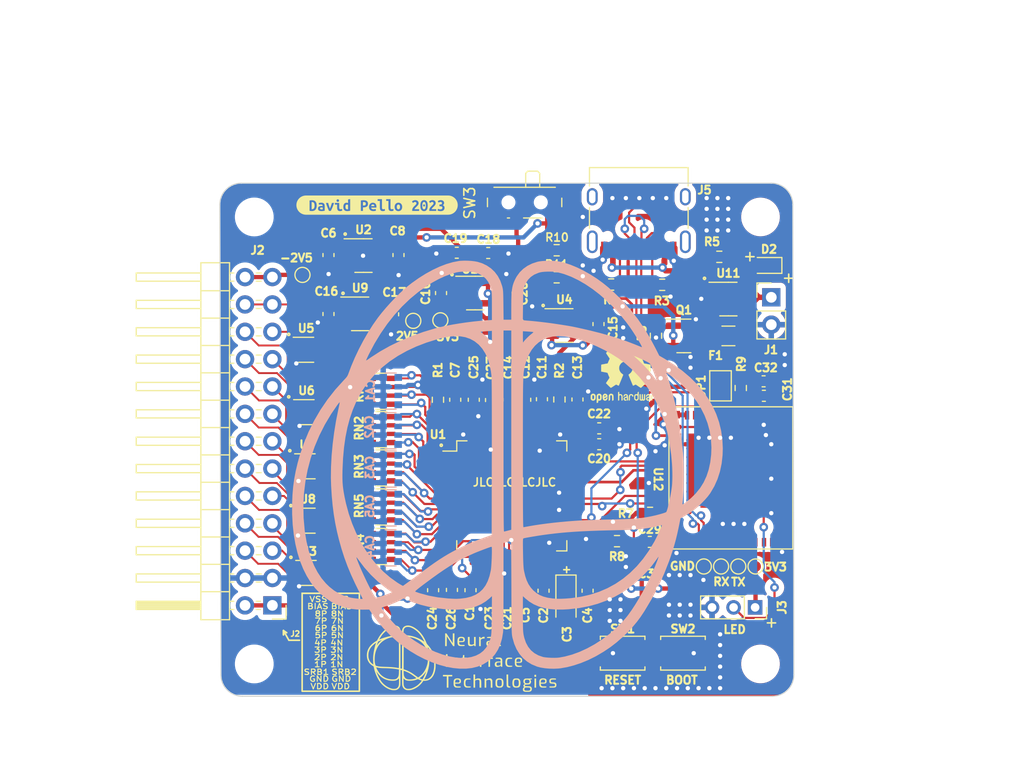
<source format=kicad_pcb>
(kicad_pcb (version 20221018) (generator pcbnew)
  (layers (0 "F.Cu" signal) (31 "B.Cu" signal) (34 "B.Paste" user) (35 "F.Paste" user) (36 "B.SilkS" user "B.Silkscreen") (37 "F.SilkS" user "F.Silkscreen") (38 "B.Mask" user) (39 "F.Mask" user) (44 "Edge.Cuts" user))
  (net 0 "")
  (net 1 "Net-(U1-VREFP)")
  (net 2 "VSSA")
  (net 3 "Net-(U1-VCAP4)")
  (net 4 "Net-(U1-VCAP1)")
  (net 5 "/BATT_PROT")
  (net 6 "GNDA")
  (net 7 "Net-(U1-VCAP2)")
  (net 8 "/BIAS_DRV")
  (net 9 "VDD")
  (net 10 "Net-(U1-BIASIN)")
  (net 11 "/-VDD")
  (net 12 "VDDA")
  (net 13 "/IN1N")
  (net 14 "/IN1P")
  (net 15 "/IN3N")
  (net 16 "/IN3P")
  (net 17 "/IN4N")
  (net 18 "Net-(U1-VCAP3)")
  (net 19 "/BIAS")
  (net 20 "/4N")
  (net 21 "/4P")
  (net 22 "/3N")
  (net 23 "/3P")
  (net 24 "/2N")
  (net 25 "/2P")
  (net 26 "/1N")
  (net 27 "/1P")
  (net 28 "/SRB2")
  (net 29 "/SRB1")
  (net 30 "/RESET")
  (net 31 "/MISO")
  (net 32 "/MOSI")
  (net 33 "/SCLK")
  (net 34 "/EN")
  (net 35 "/CLK")
  (net 36 "/CS1")
  (net 37 "/DRDY")
  (net 38 "Net-(D2-K)")
  (net 39 "Net-(U4-CAP-)")
  (net 40 "Net-(U4-CAP+)")
  (net 41 "Net-(U10-NR)")
  (net 42 "/IN8N")
  (net 43 "/IN8P")
  (net 44 "/IN7N")
  (net 45 "/IN7P")
  (net 46 "/IN6N")
  (net 47 "/IN6P")
  (net 48 "/IN4P")
  (net 49 "/IN2N")
  (net 50 "/IN2P")
  (net 51 "/_SRB1")
  (net 52 "/_SRB2")
  (net 53 "Net-(D2-A)")
  (net 54 "Net-(U1-CLKSEL)")
  (net 59 "/BIAS_INV")
  (net 65 "/IN5N")
  (net 66 "/IN5P")
  (net 68 "/8N")
  (net 69 "/8P")
  (net 70 "/7N")
  (net 71 "/7P")
  (net 72 "/6N")
  (net 73 "/6P")
  (net 74 "/5N")
  (net 75 "/5P")
  (net 80 "/BATT")
  (net 81 "Net-(Q1-D)")
  (net 82 "/LED")
  (net 83 "VBUS")
  (net 84 "Net-(J5-CC1)")
  (net 85 "/D+")
  (net 86 "/D-")
  (net 88 "Net-(J5-CC2)")
  (net 91 "Net-(JP1-A)")
  (net 92 "Net-(Q1-G)")
  (net 93 "Net-(U12-IO8)")
  (net 94 "Net-(U12-IO2)")
  (net 95 "Net-(U12-IO9)")
  (net 96 "/TX")
  (net 97 "/RX")
  (net 121 "Net-(Q1-S)")
  (net 123 "/BATT_V")
  (footprint "Resistor_SMD:R_0603_1608Metric" (layer "F.Cu") (at 149.075 82.09)
    (fp_text reference "R10")
    (fp_text value "220K")
  )
  (footprint "Medialab:NIT-Logo" (layer "F.Cu") (at 143.605326 116.656333)
    (fp_text reference "G***" hide)
    (fp_text value "LOGO" hide)
  )
  (footprint "Capacitor_SMD:C_0603_1608Metric" (layer "F.Cu") (at 151.006 95.9468 90)
    (fp_text reference "C13")
    (fp_text value "1uF")
  )
  (footprint "MountingHole:MountingHole_3.2mm_M3" (layer "F.Cu") (at 168 79)
    (fp_text reference "REF**" hide)
    (fp_text value "MountingHole_3.2mm_M3")
  )
  (footprint "Capacitor_SMD:C_0603_1608Metric" (layer "F.Cu") (at 144.4528 113.6766 90)
    (fp_text reference "C21")
    (fp_text value "1uF")
  )
  (footprint "Package_TO_SOT_SMD:SOT-23-5" (layer "F.Cu") (at 141.5091 86.0654)
    (fp_text reference "U10")
    (fp_text value "TPS72325")
  )
  (footprint "Package_TO_SOT_SMD:SOT-363_SC-70-6" (layer "F.Cu") (at 125.95 102.15)
    (fp_text reference "U7")
    (fp_text value "TPD4E1B06")
  )
  (footprint "LadecadenceNew:ESP32-C3-MINI-1" (layer "F.Cu") (at 165.1256 103.3018 -90)
    (fp_text reference "U12")
    (fp_text value "ESP32-C3-MINI-1")
  )
  (footprint "MountingHole:MountingHole_3.2mm_M3" (layer "F.Cu") (at 168 120.5)
    (fp_text reference "REF**" hide)
    (fp_text value "MountingHole_3.2mm_M3")
  )
  (footprint "Fuse:Fuse_1206_3216Metric" (layer "F.Cu") (at 165.021 90.043 180)
    (fp_text reference "F1")
    (fp_text value "1A")
  )
  (footprint "Symbol:OSHW-Logo2_7.3x6mm_SilkScreen" (layer "F.Cu") (at 155.5 93.5)
    (fp_text reference "REF**" hide)
    (fp_text value "OSHW-Logo2_7.3x6mm_SilkScreen" hide)
  )
  (footprint "TestPoint:TestPoint_Pad_D1.0mm" (layer "F.Cu") (at 164.3382 111.4492)
    (fp_text reference "TP7" hide)
    (fp_text value "RX")
  )
  (footprint "Resistor_SMD:R_Array_Convex_4x0603" (layer "F.Cu") (at 132.8 102.3)
    (fp_text reference "RN3")
    (fp_text value "2.2K")
  )
  (footprint "TestPoint:TestPoint_Pad_D1.0mm" (layer "F.Cu") (at 135.763 88.646)
    (fp_text reference "TP4" hide)
    (fp_text value "VDDA")
  )
  (footprint "Button_Switch_SMD:SW_SPDT_PCM12" (layer "F.Cu") (at 146.1 77.975 180)
    (fp_text reference "SW3")
    (fp_text value "PWR")
  )
  (footprint "TestPoint:TestPoint_Pad_D1.0mm" (layer "F.Cu") (at 125.476 84.3788)
    (fp_text reference "TP5" hide)
    (fp_text value "VSSA")
  )
  (footprint "Capacitor_SMD:C_0603_1608Metric" (layer "F.Cu") (at 138.3396 86.0654 90)
    (fp_text reference "C10")
    (fp_text value "2.2uF")
  )
  (footprint "Capacitor_SMD:C_0603_1608Metric" (layer "F.Cu") (at 137.6026 113.6516 -90)
    (fp_text reference "C24")
    (fp_text value "1uF")
  )
  (footprint "TestPoint:TestPoint_Pad_D1.0mm" (layer "F.Cu") (at 162.738 111.4492)
    (fp_text reference "TP2" hide)
    (fp_text value "GNDA")
  )
  (footprint "Capacitor_SMD:C_0603_1608Metric" (layer "F.Cu") (at 139.8004 82.3214 180)
    (fp_text reference "C19")
    (fp_text value "2.2uF")
  )
  (footprint "Capacitor_Tantalum_SMD:CP_EIA-3216-18_Kemet-A" (layer "F.Cu") (at 149.9392 114.5564 -90)
    (fp_text reference "C3")
    (fp_text value "100uF")
  )
  (footprint "Capacitor_SMD:C_0603_1608Metric" (layer "F.Cu") (at 168.3134 95.6056)
    (fp_text reference "C31")
    (fp_text value "0.1uF")
  )
  (footprint "Capacitor_SMD:C_0603_1608Metric" (layer "F.Cu") (at 144.6 95.9718 -90)
    (fp_text reference "C14")
    (fp_text value "0.1uF")
  )
  (footprint "Resistor_SMD:R_Array_Convex_4x0603" (layer "F.Cu") (at 132.8 98.744)
    (fp_text reference "RN2")
    (fp_text value "2.2K")
  )
  (footprint "Capacitor_SMD:C_0603_1608Metric" (layer "F.Cu") (at 146.055 113.6962 90)
    (fp_text reference "C5")
    (fp_text value "10uF")
  )
  (footprint "Capacitor_SMD:C_0603_1608Metric" (layer "F.Cu") (at 147.7092 95.9214 90)
    (fp_text reference "C11")
    (fp_text value "1uF")
  )
  (footprint "kibuzzard-645A0FAB" (layer "F.Cu") (at 132.4 77.9)
    (fp_text reference "kibuzzard-645A0FAB" hide)
    (fp_text value "G***" hide)
  )
  (footprint "Button_Switch_SMD:SW_Push_SPST_NO_Alps_SKRK" (layer "F.Cu") (at 155.2 119.5)
    (fp_text reference "SW1")
    (fp_text value "RESET")
  )
  (footprint "Capacitor_SMD:C_0603_1608Metric" (layer "F.Cu") (at 168.288 94.2594)
    (fp_text reference "C32")
    (fp_text value "10uF")
  )
  (footprint "Connector_USB:USB_C_Receptacle_XKB_U262-16XN-4BVC11" (layer "F.Cu") (at 156.7 78.2 180)
    (fp_text reference "J5")
    (fp_text value "USBC")
  )
  (footprint "Package_TO_SOT_SMD:SOT-363_SC-70-6" (layer "F.Cu") (at 126.05 112.05)
    (fp_text reference "U3")
    (fp_text value "TPD4E1B06")
  )
  (footprint "Resistor_SMD:R_Array_Convex_4x0603" (layer "F.Cu") (at 132.8 105.926)
    (fp_text reference "RN5")
    (fp_text value "2.2K")
  )
  (footprint "Capacitor_SMD:C_0603_1608Metric" (layer "F.Cu") (at 127.8894 88.0113 -90)
    (fp_text reference "C16")
    (fp_text value "1uF")
  )
  (footprint "Capacitor_SMD:C_0603_1608Metric" (layer "F.Cu") (at 141.0746 113.6512 -90)
    (fp_text reference "C1")
    (fp_text value ".01uF")
  )
  (footprint "Resistor_SMD:R_0603_1608Metric" (layer "F.Cu") (at 154.675 109.1 180)
    (fp_text reference "R8")
    (fp_text value "10K")
  )
  (footprint "Resistor_SMD:R_0603_1608Metric" (layer "F.Cu") (at 164.175 82.7 180)
    (fp_text reference "R5")
    (fp_text value "1K")
  )
  (footprint "Capacitor_SMD:C_0603_1608Metric" (layer "F.Cu") (at 146.8374 88.9712 -90)
    (fp_text reference "C9")
    (fp_text value "10uF")
  )
  (footprint "Capacitor_SMD:C_0603_1608Metric" (layer "F.Cu") (at 157.747 110.7 180)
    (fp_text reference "C30")
    (fp_text value "0.1uF")
  )
  (footprint "Capacitor_SMD:C_0603_1608Metric" (layer "F.Cu") (at 142.7208 82.3468)
    (fp_text reference "C18")
    (fp_text value "10uF")
  )
  (footprint "Resistor_SMD:R_0603_1608Metric" (layer "F.Cu") (at 166.1668 94.8812 -90)
    (fp_text reference "R9")
    (fp_text value "10K")
  )
  (footprint "Capacitor_SMD:C_0603_1608Metric" (layer "F.Cu") (at 127.8894 82.5363 -90)
    (fp_text reference "C6")
    (fp_text value "2.2uF")
  )
  (footprint "MountingHole:MountingHole_3.2mm_M3" (layer "F.Cu") (at 121 79)
    (fp_text reference "REF**" hide)
    (fp_text value "MountingHole_3.2mm_M3")
  )
  (footprint "MountingHole:MountingHole_3.2mm_M3" (layer "F.Cu") (at 121 120.5)
    (fp_text reference "REF**" hide)
    (fp_text value "MountingHole_3.2mm_M3")
  )
  (footprint "Package_TO_SOT_SMD:SOT-23" (layer "F.Cu") (at 160.8861 90.043)
    (fp_text reference "Q1")
    (fp_text value "AO3400A")
  )
  (footprint "Button_Switch_SMD:SW_Push_SPST_NO_Alps_SKRK" (layer "F.Cu") (at 160.8 119.5)
    (fp_text reference "SW2")
    (fp_text value "BOOT")
  )
  (footprint "Capacitor_SMD:C_0603_1608Metric" (layer "F.Cu") (at 141.3798 95.9722 -90)
    (fp_text reference "C25")
    (fp_text value "1uF")
  )
  (footprint "Capacitor_SMD:C_0603_1608Metric" (layer "F.Cu") (at 153.025 100.1)
    (fp_text reference "C20")
    (fp_text value "1uF")
  )
  (footprint "Resistor_SMD:R_0603_1608Metric" (layer "F.Cu") (at 157.7462 106.4768)
    (fp_text reference "R7")
    (fp_text value "10K")
  )
  (footprint "Package_TO_SOT_SMD:SOT-23-5" (layer "F.Cu") (at 165.0185 86.6242)
    (fp_text reference "U11")
    (fp_text value "MAX1555")
  )
  (footprint "Resistor_SMD:R_0603_1608Metric" (layer "F.Cu") (at 149.3296 95.9466 90)
    (fp_text reference "R2")
    (fp_text value "10K")
  )
  (footprint "Package_TO_SOT_SMD:SOT-363_SC-70-6" (layer "F.Cu") (at 125.8164 91.3326)
    (fp_text reference "U5")
    (fp_text value "TPD4E1B06")
  )
  (footprint "Package_TO_SOT_SMD:SOT-363_SC-70-6" (layer "F.Cu") (at 125.95 107.2)
    (fp_text reference "U8")
    (fp_text value "TPD4E1B06")
  )
  (footprint "LED_SMD:LED_0603_1608Metric" (layer "F.Cu") (at 168.5 83.5 180)
    (fp_text reference "D2")
    (fp_text value "CHG")
  )
  (footprint "Connector_PinHeader_2.54mm:PinHeader_2x13_P2.54mm_Horizontal" (layer "F.Cu") (at 122.682 115.062 180)
    (fp_text reference "J2")
    (fp_text value "INPUT")
  )
  (footprint "Capacitor_SMD:C_0603_1608Metric" (layer "F.Cu") (at 142.8526 113.6766 -90)
    (fp_text reference "C23")
    (fp_text value "0.1uF")
  )
  (footprint "Resistor_SMD:R_0603_1608Metric" (layer "F.Cu") (at 138.052 95.9718 90)
    (fp_text reference "R1")
    (fp_text value "1M")
  )
  (footprint "Package_TO_SOT_SMD:SOT-23-5" (layer "F.Cu") (at 130.8299 87.9958)
    (fp_text reference "U9")
    (fp_text value "TLV70025_SOT23-5")
  )
  (footprint "TestPoint:TestPoint_Pad_D1.0mm" (layer "F.Cu") (at 138.277 88.5952)
    (fp_text reference "TP3" hide)
    (fp_text value "-VDD")
  )
  (footprint "Capacitor_SMD:C_0603_1608Metric" (layer "F.Cu") (at 157.721 109.1692)
    (fp_text reference "C29")
    (fp_text value "1uF")
  )
  (footprint "Resistor_SMD:R_0603_1608Metric" (layer "F.Cu") (at 154.1344 85.2746 180)
    (fp_text reference "R4")
    (fp_text value "5,1K")
  )
  (footprint "Package_QFP:TQFP-64_10x10mm_P0.5mm" (layer "F.Cu") (at 144.9088 104.896)
    (fp_text reference "U1")
    (fp_text value "ADS1299-4PAG")
  )
  (footprint "Package_TO_SOT_SMD:SOT-363_SC-70-6" (layer "F.Cu") (at 125.852 97.123)
    (fp_text reference "U6")
    (fp_text value "TPD4E1B06")
  )
  (footprint "Capacitor_SMD:C_0603_1608Metric" (layer "F.Cu") (at 139.3526 113.6266 -90)
    (fp_text reference "C26")
    (fp_text value "0.1uF")
  )
  (footprint "Resistor_SMD:R_Array_Convex_4x0603" (layer "F.Cu") (at 132.8 95.188)
    (fp_text reference "RN1")
    (fp_text value "2.2K")
  )
  (footprint "Capacitor_SMD:C_0603_1608Metric" (layer "F.Cu") (at 133.8894 88.0363 -90)
    (fp_text reference "C17")
    (fp_text value "1uF")
  )
  (footprint "Resistor_SMD:R_0603_1608Metric" (layer "F.Cu") (at 149.075 84.6)
    (fp_text reference "R11")
    (fp_text value "100K")
  )
  (footprint "TestPoint:TestPoint_Pad_D1.0mm" (layer "F.Cu") (at 167.5386 111.4492)
    (fp_text reference "TP1" hide)
    (fp_text value "VDD")
  )
  (footprint "Capacitor_SMD:C_0603_1608Metric" (layer "F.Cu") (at 134.3894 82.5363 -90)
    (fp_text reference "C8")
    (fp_text value "2.2uF")
  )
  (footprint "Resistor_SMD:R_0603_1608Metric" (layer "F.Cu") (at 158.872 85.3)
    (fp_text reference "R3")
    (fp_text value "5,1K")
  )
  (footprint "Capacitor_SMD:C_0603_1608Metric" (layer "F.Cu") (at 152.9588 88.9458 90)
    (fp_text reference "C15")
    (fp_text value "10uF")
  )
  (footprint "Capacitor_SMD:C_0603_1608Metric" (layer "F.Cu") (at 146.1546 95.9728 -90)
    (fp_text reference "C12")
    (fp_text value "1uF")
  )
  (footprint "Connector_PinHeader_2.54mm:PinHeader_1x02_P2.54mm_Vertical" (layer "F.Cu") (at 169 86.46)
    (fp_text reference "J1")
    (fp_text value "BATT")
  )
  (footprint "Resistor_SMD:R_0603_1608Metric" (layer "F.Cu") (at 158.2928 90.0298 -90)
    (fp_text reference "R6")
    (fp_text value "1K")
  )
  (footprint "Capacitor_SMD:C_0603_1608Metric" (layer "F.Cu") (at 144.4356 86.1184 90)
    (fp_text reference "C28")
    (fp_text value "0.1uF")
  )
  (footprint "Capacitor_SMD:C_0603_1608Metric" (layer "F.Cu") (at 139.6574 95.9718 90)
    (fp_text reference "C7")
    (fp_text value "1nF")
  )
  (footprint "Connector_PinSocket_2.00mm:PinSocket_1x03_P2.00mm_Vertical" (layer "F.Cu") (at 167.5 115.25 -90)
    (fp_text reference "J3")
    (fp_text value "LED")
  )
  (footprint "Capacitor_SMD:C_0603_1608Metric" (layer "F.Cu") (at 151.9458 113.702 90)
    (fp_text reference "C4")
    (fp_text value "1uF")
  )
  (footprint "Capacitor_SMD:C_0603_1608Metric" (layer "F.Cu") (at 147.8564 113.702 90)
    (fp_text reference "C2")
    (fp_text value "1uF")
  )
  (footprint "Package_TO_SOT_SMD:SOT-23-5" (layer "F.Cu") (at 131.1394 82.5863)
    (fp_text reference "U2")
    (fp_text value "XC6210B332MR-G")
  )
  (footprint "Jumper:SolderJumper-2_P1.3mm_Open_TrianglePad1.0x1.5mm" (layer "F.Cu") (at 164.2872 94.6796 90)
    (fp_text reference "JP1")
    (fp_text value "RST_EN")
  )
  (footprint "TestPoint:TestPoint_Pad_D1.0mm" (layer "F.Cu") (at 165.9384 111.4492)
    (fp_text reference "TP6" hide)
    (fp_text value "TX")
  )
  (footprint "Capacitor_SMD:C_0603_1608Metric" (layer "F.Cu") (at 153.025 98.6268)
    (fp_text reference "C22")
    (fp_text value "0.1uF")
  )
  (footprint "Resistor_SMD:R_Array_Convex_4x0603" (layer "F.Cu") (at 132.8 109.596)
    (fp_text reference "RN4")
    (fp_text value "2.2K")
  )
  (footprint "Capacitor_SMD:C_0603_1608Metric" (layer "F.Cu") (at 142.9796 95.9982 90)
    (fp_text reference "C27")
    (fp_text value "0.1uF")
  )
  (footprint "Package_TO_SOT_SMD:SOT-23-6" (layer "F.Cu") (at 149.7893 89.0778)
    (fp_text reference "U4")
    (fp_text value "LM2664")
  )
  (footprint "LadecadenceNew:C_Array_4x0612" (layer "B.Cu") (at 133.6546 98.8504 180)
    (fp_text reference "CA2")
    (fp_text value "1nF")
  )
  (footprint "LadecadenceNew:C_Array_4x0612" (layer "B.Cu") (at 133.6546 109.7216 180)
    (fp_text reference "CA4")
    (fp_text value "1nF")
  )
  (footprint "LadecadenceNew:C_Array_4x0612" (layer "B.Cu") (at 133.6688 95.1674 180)
    (fp_text reference "CA1")
    (fp_text value "1nF")
  )
  (footprint "LadecadenceNew:C_Array_4x0612" (layer "B.Cu") (at 133.6688 106.0132 180)
    (fp_text reference "CA5")
    (fp_text value "1nF")
  )
  (footprint "Medialab:NIT-Logo-Brain" (layer "B.Cu") (at 144.5 102 180)
    (fp_text reference "G***" hide)
    (fp_text value "LOGO" hide)
  )
  (footprint "LadecadenceNew:C_Array_4x0612" (layer "B.Cu") (at 133.6688 102.4064 180)
    (fp_text reference "CA3")
    (fp_text value "1nF")
  )
  (gr_line (start 124.211 118.3) (end 123.711 117.4) (stroke (width 0.15)) (layer "F.SilkS"))
  (gr_circle (center 129.2394 86.0863) (end 129.3394 86.0863) (stroke (width 0.15)) (fill none) (layer "F.SilkS"))
  (gr_circle (center 124.3 100.7) (end 124.4 100.7) (stroke (width 0.15)) (fill none) (layer "F.SilkS"))
  (gr_line (start 123.711 117.4) (end 124.011 117.6) (stroke (width 0.15)) (layer "F.SilkS"))
  (gr_circle (center 124.2 89.9) (end 124.3 89.9) (stroke (width 0.15)) (fill none) (layer "F.SilkS"))
  (gr_line (start 123.711 117.4) (end 123.711 117.8) (stroke (width 0.15)) (layer "F.SilkS"))
  (gr_circle (center 147.8208 87.2203) (end 147.9208 87.2203) (stroke (width 0.15)) (fill none) (layer "F.SilkS"))
  (gr_line (start 125.2 118.3) (end 124.211 118.3) (stroke (width 0.15)) (layer "F.SilkS"))
  (gr_line (start 123.711 117.8) (end 123.711 117.4) (stroke (width 0.15)) (layer "F.SilkS"))
  (gr_circle (center 124.4 105.8) (end 124.5 105.8) (stroke (width 0.15)) (fill none) (layer "F.SilkS"))
  (gr_circle (center 124.4 110.6) (end 124.5 110.6) (stroke (width 0.15)) (fill none) (layer "F.SilkS"))
  (gr_circle (center 138.3588 100.196) (end 138.4588 100.196) (stroke (width 0.15)) (fill none) (layer "F.SilkS"))
  (gr_circle (center 129.4394 80.5863) (end 129.5394 80.5863) (stroke (width 0.15)) (fill none) (layer "F.SilkS"))
  (gr_rect (start 125.4436 113.943) (end 130.7572 123.0338) (stroke (width 0.15)) (fill none) (layer "F.SilkS"))
  (gr_circle (center 162.8 84.7) (end 162.9 84.7) (stroke (width 0.15)) (fill none) (layer "F.SilkS"))
  (gr_circle (center 139.3556 84.3534) (end 139.4556 84.3534) (stroke (width 0.15)) (fill none) (layer "F.SilkS"))
  (gr_circle (center 124.2 95.7) (end 124.3 95.7) (stroke (width 0.15)) (fill none) (layer "F.SilkS"))
  (gr_line (start 119.8 75.8625) (end 169 75.8625) (stroke (width 0.1)) (layer "Edge.Cuts"))
  (gr_arc (start 171.1 121.5) (mid 170.514214 122.914214) (end 169.1 123.5) (stroke (width 0.1)) (layer "Edge.Cuts"))
  (gr_arc (start 169 75.8625) (mid 170.414214 76.448286) (end 171 77.8625) (stroke (width 0.1)) (layer "Edge.Cuts"))
  (gr_line (start 117.9 121.5) (end 117.8 77.8625) (stroke (width 0.1)) (layer "Edge.Cuts"))
  (gr_line (start 171 77.8625) (end 171.1 121.5) (stroke (width 0.1)) (layer "Edge.Cuts"))
  (gr_arc (start 117.8 77.8625) (mid 118.385786 76.448286) (end 119.8 75.8625) (stroke (width 0.1)) (layer "Edge.Cuts"))
  (gr_arc (start 119.9 123.5) (mid 118.485786 122.914214) (end 117.9 121.5) (stroke (width 0.1)) (layer "Edge.Cuts"))
  (gr_line (start 169.1 123.5) (end 119.9 123.5) (stroke (width 0.1)) (layer "Edge.Cuts"))
  (gr_text "GND" (at 160.7568 111.4238) (layer "F.SilkS") (effects (font (size 0.75 0.75) (thickness 0.2))))
  (gr_text "4N" (at 128 118.5396) (layer "F.SilkS") (effects (font (size 0.5 0.6) (thickness 0.1)) (justify left)))
  (gr_text "GND" (at 128 121.8838) (layer "F.SilkS") (effects (font (size 0.5 0.6) (thickness 0.1)) (justify right)))
  (gr_text "3N" (at 127.9984 119.2) (layer "F.SilkS") (effects (font (size 0.5 0.6) (thickness 0.1)) (justify left)))
  (gr_text "4P" (at 127.8 118.5396) (layer "F.SilkS") (effects (font (size 0.5 0.6) (thickness 0.1)) (justify right)))
  (gr_text "6N\n" (at 128.0492 117.1853) (layer "F.SilkS") (effects (font (size 0.5 0.6) (thickness 0.1)) (justify left)))
  (gr_text "J2" (at 124.8 117.7) (layer "F.SilkS") (effects (font (size 0.5 0.5) (thickness 0.125))))
  (gr_text "2N" (at 128 119.8777) (layer "F.SilkS") (effects (font (size 0.5 0.6) (thickness 0.1)) (justify left)))
  (gr_text "7P" (at 127.8476 116.5076) (layer "F.SilkS") (effects (font (size 0.5 0.6) (thickness 0.1)) (justify right)))
  (gr_text "3V3" (at 169.3928 111.5) (layer "F.SilkS") (effects (font (size 0.75 0.75) (thickness 0.2))))
  (gr_text "JLCJLCJLCJLC" (at 145.1588 103.6335) (layer "F.SilkS") (effects (font (size 0.75 0.75))))
  (gr_text "LED" (at 165.6 117.3) (layer "F.SilkS") (effects (font (size 0.75 0.75) (thickness 0.1875))))
  (gr_text "SRB1" (at 128 121.2493) (layer "F.SilkS") (effects (font (size 0.5 0.6) (thickness 0.1)) (justify right)))
  (gr_text "+" (at 168.3 117.2) (layer "F.SilkS") (effects (font (size 1 1)) (justify left bottom)))
  (gr_text "+" (at 169.9 85.2) (layer "F.SilkS") (effects (font (size 1 1)) (justify left bottom)))
  (gr_text "+" (at 150 111.7) (layer "F.SilkS") (effects (font (size 0.7 0.7))))
  (gr_text "2V5\n" (at 135.2042 90.0684) (layer "F.SilkS") (effects (font (size 0.75 0.75) (thickness 0.2))))
  (gr_text "1N" (at 128 120.5381) (layer "F.SilkS") (effects (font (size 0.5 0.6) (thickness 0.1)) (justify left)))
  (gr_text "8P" (at 127.8492 115.8472) (layer "F.SilkS") (effects (font (size 0.5 0.6) (thickness 0.1)) (justify right)))
  (gr_text "+" (at 166.3 83.2) (layer "F.SilkS") (effects (font (size 1 1)) (justify left bottom)))
  (gr_text "RESET" (at 155.2 122) (layer "F.SilkS") (effects (font (size 0.75 0.75) (thickness 0.1875))))
  (gr_text "TX" (at 165.9384 112.897) (layer "F.SilkS") (effects (font (size 0.75 0.75) (thickness 0.1875))))
  (gr_text "-3V3" (at 138.5062 90.1192) (layer "F.SilkS") (effects (font (size 0.75 0.75) (thickness 0.1875))))
  (gr_text "8N" (at 128.0492 115.8472) (layer "F.SilkS") (effects (font (size 0.5 0.6) (thickness 0.1)) (justify left)))
  (gr_text "RX\n" (at 164.3636 112.8716) (layer "F.SilkS") (effects (font (size 0.75 0.75) (thickness 0.1875))))
  (gr_text "-2V5\n" (at 124.9172 82.804) (layer "F.SilkS") (effects (font (size 0.75 0.75) (thickness 0.2))))
  (gr_text "VDD" (at 128 122.5838) (layer "F.SilkS") (effects (font (size 0.5 0.6) (thickness 0.1)) (justify right)))
  (gr_text "GND" (at 128.1 121.8838) (layer "F.SilkS") (effects (font (size 0.5 0.6) (thickness 0.1)) (justify left)))
  (gr_text "5P" (at 127.8492 117.8457) (layer "F.SilkS") (effects (font (size 0.5 0.6) (thickness 0.1)) (justify right)))
  (gr_text "VDD" (at 128.1 122.5838) (layer "F.SilkS") (effects (font (size 0.5 0.6) (thickness 0.1)) (justify left)))
  (gr_text "3P" (at 127.7984 119.2) (layer "F.SilkS") (effects (font (size 0.5 0.6) (thickness 0.1)) (justify right)))
  (gr_text "VSS" (at 128.0492 114.4929) (layer "F.SilkS") (effects (font (size 0.5 0.6) (thickness 0.1)) (justify left)))
  (gr_text "7N" (at 128.0476 116.5076) (layer "F.SilkS") (effects (font (size 0.5 0.6) (thickness 0.1)) (justify left)))
  (gr_text "6P" (at 127.8492 117.1853) (layer "F.SilkS") (effects (font (size 0.5 0.6) (thickness 0.1)) (justify right)))
  (gr_text "1P" (at 127.8 120.5381) (layer "F.SilkS") (effects (font (size 0.5 0.6) (thickness 0.1)) (justify right)))
  (gr_text "5N" (at 128.0492 117.8457) (layer "F.SilkS") (effects (font (size 0.5 0.6) (thickness 0.1)) (justify left)))
  (gr_text "BIAS" (at 127.9492 115.1533) (layer "F.SilkS") (effects (font (size 0.5 0.6) (thickness 0.1)) (justify right)))
  (gr_text "SRB2" (at 128.1 121.2493) (layer "F.SilkS") (effects (font (size 0.5 0.6) (thickness 0.1)) (justify left)))
  (gr_text "VSS" (at 127.8492 114.4929) (layer "F.SilkS") (effects (font (size 0.5 0.6) (thickness 0.1)) (justify right)))
  (gr_text "2P" (at 127.8 119.8777) (layer "F.SilkS") (effects (font (size 0.5 0.6) (thickness 0.1)) (justify right)))
  (gr_text "BIAS" (at 128.0492 115.1533) (layer "F.SilkS") (effects (font (size 0.5 0.6) (thickness 0.1)) (justify left)))
  (gr_text "BOOT\n" (at 160.7 122) (layer "F.SilkS") (effects (font (size 0.75 0.75) (thickness 0.1875))))
  (segment (start 144.6588 111.328593) (end 146.055 112.724793) (width 0.2032) (layer "F.Cu") (net 1))
  (segment (start 146.055 112.724793) (end 146.055 112.9212) (width 0.2032) (layer "F.Cu") (net 1))
  (segment (start 141.0746 112.8762) (end 141.0746 112.3746) (width 0.2032) (layer "F.Cu") (net 1))
  (segment (start 144.6588 110.5585) (end 144.6588 111.328593) (width 0.2032) (layer "F.Cu") (net 1))
  (segment (start 141.0746 112.3746) (end 140.3 111.6) (width 0.2032) (layer "F.Cu") (net 1))
  (segment (start 144.8599 109) (end 144.6588 109.2011) (width 0.2032) (layer "F.Cu") (net 1))
  (segment (start 144.6588 109.2011) (end 144.6588 110.5585) (width 0.2032) (layer "F.Cu") (net 1))
  (via (at 144.8599 109) (size 0.8) (drill 0.4) (layers "F.Cu" "B.Cu") (net 1))
  (via (at 140.3 111.6) (size 0.8) (drill 0.4) (layers "F.Cu" "B.Cu") (net 1))
  (segment (start 140.3 109.9) (end 141.2 109) (width 0.2032) (layer "B.Cu") (net 1))
  (segment (start 141.2 109) (end 144.8599 109) (width 0.2032) (layer "B.Cu") (net 1))
  (segment (start 140.3 111.6) (end 140.3 109.9) (width 0.2032) (layer "B.Cu") (net 1))
  (segment (start 144.1588 99.2335) (end 144.1588 108.1) (width 0.2032) (layer "F.Cu") (net 2))
  (segment (start 144.1588 108.1) (end 144.1588 110.5585) (width 0.2032) (layer "F.Cu") (net 2))
  (segment (start 140.5754 82.3214) (end 138.354 80.1) (width 0.4) (layer "F.Cu") (net 2))
  (segment (start 142.7 86.1159) (end 142.7 85.1688) (width 0.4) (layer "F.Cu") (net 2))
  (segment (start 147.7092 96.6964) (end 147.7092 96.8908) (width 0.25) (layer "F.Cu") (net 2))
  (segment (start 146.055 114.4712) (end 147.8506 114.4712) (width 0.4) (layer "F.Cu") (net 2))
  (segment (start 145.5615 108.3615) (end 145.3 108.1) (width 0.2032) (layer "F.Cu") (net 2))
  (segment (start 145.1588 110.5585) (end 145.1588 109.693313) (width 0.2032) (layer "F.Cu") (net 2))
  (segment (start 146.055 114.4712) (end 146.055 115.145) (width 0.4) (layer "F.Cu") (net 2))
  (segment (start 125.476 81.524) (end 125.476 84.3788) (width 0.4) (layer "F.Cu") (net 2))
  (segment (start 152.8208 113.602) (end 152.8208 112.443117) (width 0.4) (layer "F.Cu") (net 2))
  (segment (start 148.225789 108.1) (end 145.3 108.1) (width 0.2032) (layer "F.Cu") (net 2))
  (segment (start 141.9458 82.3468) (end 140.6008 82.3468) (width 0.4) (layer "F.Cu") (net 2))
  (segment (start 133.6 116.8) (end 132.8 116) (width 0.4) (layer "F.Cu") (net 2))
  (segment (start 146.6588 99.2335) (end 146.6588 100.106897) (width 0.25) (layer "F.Cu") (net 2))
  (segment (start 148.5098 114.477) (end 149.9392 115.9064) (width 0.4) (layer "F.Cu") (net 2))
  (segment (start 138.354 80.1) (end 126.9 80.1) (width 0.4) (layer "F.Cu") (net 2))
  (segment (start 142.7 85.1688) (end 142.6466 85.1154) (width 0.4) (layer "F.Cu") (net 2))
  (segment (start 151.9458 114.477) (end 152.8208 113.602) (width 0.4) (layer "F.Cu") (net 2))
  (segment (start 141.05 114.4016) (end 141.0746 114.4262) (width 0.4) (layer "F.Cu") (net 2))
  (segment (start 145.223297 100.726601) (end 144.6588 100.162104) (width 0.25) (layer "F.Cu") (net 2))
  (segment (start 149.9392 115.9064) (end 150.5164 115.9064) (width 0.4) (layer "F.Cu") (net 2))
  (segment (start 145.5615 109.290613) (end 145.5615 108.3615) (width 0.2032) (layer "F.Cu") (net 2))
  (segment (start 146.6588 97.9412) (end 146.6588 99.2335) (width 0.25) (layer "F.Cu") (net 2))
  (segment (start 149.086629 110.130671) (end 149.086629 108.96084) (width 0.2032) (layer "F.Cu") (net 2))
  (segment (start 147.8506 114.4712) (end 147.8564 114.477) (width 0.4) (layer "F.Cu") (net 2))
  (segment (start 125.476 84.3788) (end 122.8852 84.3788) (width 0.4) (layer "F.Cu") (net 2))
  (segment (start 126.9 80.1) (end 125.476 81.524) (width 0.4) (layer "F.Cu") (net 2))
  (segment (start 139.3526 114.4016) (end 141.05 114.4016) (width 0.4) (layer "F.Cu") (net 2))
  (segment (start 150.2558 95.9716) (end 148.434 95.9716) (width 0.4) (layer "F.Cu") (net 2))
  (segment (start 137.6026 114.4266) (end 135.2266 114.4266) (width 0.4) (layer "F.Cu") (net 2))
  (segment (start 146.055 115.145) (end 144.4 116.8) (width 0.4) (layer "F.Cu") (net 2))
  (segment (start 150.5164 115.9064) (end 151.9458 114.477) (width 0.4) (layer "F.Cu") (net 2))
  (segment (start 139.3276 114.4266) (end 139.3526 114.4016) (width 0.4) (layer "F.Cu") (net 2))
  (segment (start 122.8852 84.3788) (end 122.682 84.582) (width 0.4) (layer "F.Cu") (net 2))
  (segment (start 141.9458 83.1458) (end 142.6466 83.8466) (width 0.4) (layer "F.Cu") (net 2))
  (segment (start 131.4 112.7) (end 127 112.7) (width 0.4) (layer "F.Cu") (net 2))
  (segment (start 144.6 92.3) (end 142.9 90.6) (width 0.4) (layer "F.Cu") (net 2))
  (segment (start 145.3 108.1) (end 144.1588 108.1) (width 0.2032) (layer "F.Cu") (net 2))
  (segment (start 142.6466 83.8466) (end 142.6466 85.1154) (width 0.4) (layer "F.Cu") (net 2))
  (segment (start 146.1546 95.1978) (end 146.2106 95.1978) (width 0.4) (layer "F.Cu") (net 2))
  (segment (start 122.682 84.582) (end 120.142 84.582) (width 0.4) (layer "F.Cu") (net 2))
  (segment (start 147.8564 114.477) (end 148.5098 114.477) (width 0.4) (layer "F.Cu") (net 2))
  (segment (start 142.6588 111.328593) (end 141.9 112.087393) (width 0.2032) (layer "F.Cu") (net 2))
  (segment (start 144.601 95.1978) (end 144.6 95.1968) (width 0.4) (layer "F.Cu") (net 2))
  (segment (start 146.2106 95.1978) (end 147.7092 96.6964) (width 0.4) (layer "F.Cu") (net 2))
  (segment (start 132.7 114) (end 131.4 112.7) (width 0.4) (layer "F.Cu") (net 2))
  (segment (start 145.1588 109.693313) (end 145.5615 109.290613) (width 0.2032) (layer "F.Cu") (net 2))
  (segment (start 150.936183 110.5585) (end 148.7088 110.5585) (width 0.4) (layer "F.Cu") (net 2))
  (segment (start 141.5738 114.4262) (end 141.0746 114.4262) (width 0.2032) (layer "F.Cu") (net 2))
  (segment (start 146.1546 95.1978) (end 144.601 95.1978) (width 0.4) (layer "F.Cu") (net 2))
  (segment (start 144.4 116.8) (end 135.9 116.8) (width 0.4) (layer "F.Cu") (net 2))
  (segment (start 146.6588 100.106897) (end 146.039097 100.7266) (width 0.25) (layer "F.Cu") (net 2))
  (segment (start 144.6588 99.2335) (end 144.1588 99.2335) (width 0.25) (layer "F.Cu") (net 2))
  (segment (start 141.9458 82.3468) (end 141.9458 83.1458) (width 0.4) (layer "F.Cu") (net 2))
  (segment (start 148.6588 110.5585) (end 149.086629 110.130671) (width 0.2032) (layer "F.Cu") (net 2))
  (segment (start 149.086629 108.96084) (end 148.225789 108.1) (width 0.2032) (layer "F.Cu") (net 2))
  (segment (start 144.6588 100.162104) (end 144.6588 99.2335) (width 0.25) (layer "F.Cu") (net 2))
  (segment (start 140.6008 82.3468) (end 140.5754 82.3214) (width 0.4) (layer "F.Cu") (net 2))
  (segment (start 141.9 112.087393) (end 141.9 114.1) (width 0.2032) (layer "F.Cu") (net 2))
  (segment (start 152.8208 112.443117) (end 150.936183 110.5585) (width 0.4) (layer "F.Cu") (net 2))
  (segment (start 147.7092 96.8908) (end 146.6588 97.9412) (width 0.25) (layer "F.Cu") (net 2))
  (segment (start 144.6 95.1968) (end 144.6 92.3) (width 0.4) (layer "F.Cu") (net 2))
  (segment (start 148.434 95.9716) (end 147.7092 96.6964) (width 0.4) (layer "F.Cu") (net 2))
  (segment (start 146.039097 100.7266) (end 145.223297 100.726601) (width 0.25) (layer "F.Cu") (net 2))
  (segment (start 151.006 96.7218) (end 150.2558 95.9716) (width 0.4) (layer "F.Cu") (net 2))
  (segment (start 141.9 114.1) (end 141.5738 114.4262) (width 0.2032) (layer "F.Cu") (net 2))
  (segment (start 142.6588 110.5585) (end 142.6588 111.328593) (width 0.2032) (layer "F.Cu") (net 2))
  (segment (start 137.6026 114.4266) (end 139.3276 114.4266) (width 0.4) (layer "F.Cu") (net 2))
  (segment (start 135.9 116.8) (end 133.6 116.8) (width 0.4) (layer "F.Cu") (net 2))
  (via (at 132.8 116) (size 0.8) (drill 0.4) (layers "F.Cu" "B.Cu") (net 2))
  (via (at 142.9 90.6) (size 0.8) (drill 0.4) (layers "F.Cu" "B.Cu") (net 2))
  (via (at 132.7 114) (size 0.8) (drill 0.4) (layers "F.Cu" "B.Cu") (net 2))
  (via (at 142.7 86.1159) (size 0.8) (drill 0.4) (layers "F.Cu" "B.Cu") (net 2))
  (via (at 135.2266 114.4266) (size 0.8) (drill 0.4) (layers "F.Cu" "B.Cu") (net 2))
  (segment (start 142.7 86.2) (end 142.7 86.1159) (width 0.4) (layer "B.Cu") (net 2))
  (segment (start 142.9 90.6) (end 142.9 86.4) (width 0.4) (layer "B.Cu") (net 2))
  (segment (start 135.2266 114.4266) (end 133.1266 114.4266) (width 0.4) (layer "B.Cu") (net 2))
  (segment (start 132.8 114.1) (end 132.7 114) (width 0.4) (layer "B.Cu") (net 2))
  (segment (start 133.1266 114.4266) (end 132.7 114) (width 0.4) (layer "B.Cu") (net 2))
  (segment (start 132.8 116) (end 132.8 114.1) (width 0.4) (layer "B.Cu") (net 2))
  (segment (start 142.9 86.4) (end 142.7 86.2) (width 0.4) (layer "B.Cu") (net 2))
  (segment (start 147.1294 112.2) (end 147.8564 112.927) (width 0.2032) (layer "F.Cu") (net 3))
  (segment (start 145.6588 111.328593) (end 146.530207 112.2) (width 0.2032) (layer "F.Cu") (net 3))
  (segment (start 145.6588 110.5585) (end 145.6588 111.328593) (width 0.2032) (layer "F.Cu") (net 3))
  (segment (start 146.530207 112.2) (end 147.1294 112.2) (width 0.2032) (layer "F.Cu") (net 3))
  (segment (start 146.927807 111.5976) (end 146.6588 111.328593) (width 0.2032) (layer "F.Cu") (net 4))
  (segment (start 147.0976 111.5976) (end 146.927807 111.5976) (width 0.2032) (layer "F.Cu") (net 4))
  (segment (start 148.9082 112.1754) (end 147.6754 112.1754) (width 0.2032) (layer "F.Cu") (net 4))
  (segment (start 147.6754 112.1754) (end 147.0976 111.5976) (width 0.2032) (layer "F.Cu") (net 4))
  (segment (start 149.9392 113.2064) (end 148.9082 112.1754) (width 0.2032) (layer "F.Cu") (net 4))
  (segment (start 146.6588 111.328593) (end 146.6588 110.5585) (width 0.2032) (layer "F.Cu") (net 4))
  (segment (start 128.7644 83.0644) (end 129.2363 83.5363) (width 0.4) (layer "F.Cu") (net 5))
  (segment (start 148.155 79.6) (end 148.35 79.405) (width 0.4) (layer "F.Cu") (net 5))
  (segment (start 128.7644 82.6363) (end 128.7644 83.0644) (width 0.4) (layer "F.Cu") (net 5))
  (segment (start 127.8894 81.7613) (end 129.8769 81.7613) (width 0.4) (layer "F.Cu") (net 5))
  (segment (start 130.7382 80.9) (end 137 80.9) (width 0.4) (layer "F.Cu") (net 5))
  (segment (start 148.35 79.405) (end 148.35 81.99) (width 0.4) (layer "F.Cu") (net 5))
  (segment (start 129.8769 81.7613) (end 130.0019 81.6363) (width 0.4) (layer "F.Cu") (net 5))
  (segment (start 130.0019 81.6363) (end 130.7382 80.9) (width 0.4) (layer "F.Cu") (net 5))
  (segment (start 127.8894 81.7613) (end 128.7644 82.6363) (width 0.4) (layer "F.Cu") (net 5))
  (segment (start 148.35 81.99) (end 148.25 82.09) (width 0.4) (layer "F.Cu") (net 5))
  (segment (start 129.2363 83.5363) (end 130.0019 83.5363) (width 0.4) (layer "F.Cu") (net 5))
  (segment (start 147.3 79.6) (end 148.155 79.6) (width 0.4) (layer "F.Cu") (net 5))
  (via (at 137 80.9) (size 0.8) (drill 0.4) (layers "F.Cu" "B.Cu") (net 5))
  (via (at 147.3 79.6) (size 0.8) (drill 0.4) (layers "F.Cu" "B.Cu") (net 5))
  (segment (start 140.9 80.9) (end 146 80.9) (width 0.4) (layer "B.Cu") (net 5))
  (segment (start 146 80.9) (end 147.3 79.6) (width 0.4) (layer "B.Cu") (net 5))
  (segment (start 137 80.9) (end 140.9 80.9) (width 0.4) (layer "B.Cu") (net 5))
  (segment (start 158.5786 109.2518) (end 158.496 109.1692) (width 0.4) (layer "F.Cu") (net 6))
  (segment (start 140.3716 85.1154) (end 138.5146 85.1154) (width 0.4) (layer "F.Cu") (net 6))
  (segment (start 125 103.4146) (end 125.1 103.5146) (width 0.1778) (layer "F.Cu") (net 6))
  (segment (start 149.354 106.146) (end 149.3 106.2) (width 0.2032) (layer "F.Cu") (net 6))
  (segment (start 149.346 104.646) (end 149.3 104.6) (width 0.2032) (layer "F.Cu") (net 6))
  (segment (start 161.3982 100.1018) (end 162 99.5) (width 0.25) (layer "F.Cu") (net 6))
  (segment (start 133.7 94.788) (end 136.012 94.788) (width 0.1778) (layer "F.Cu") (net 6))
  (segment (start 160.2256 100.1018) (end 159.1982 100.1018) (width 0.25) (layer "F.Cu") (net 6))
  (segment (start 162.5242 86.6242) (end 162.5 86.6) (width 0.5) (layer "F.Cu") (net 6))
  (segment (start 170.0256 104.9018) (end 170.0256 104.1018) (width 0.4) (layer "F.Cu") (net 6))
  (segment (start 144.4528 112.3528) (end 144.2 112.1) (width 0.4) (layer "F.Cu") (net 6))
  (segment (start 133.8894 88.8113) (end 133.8894 89.7106) (width 0.4) (layer "F.Cu") (net 6))
  (segment (start 153.8 98.6268) (end 154.8268 98.6268) (width 0.25) (layer "F.Cu") (net 6))
  (segment (start 143.1588 99.2335) (end 143.1588 100.3989) (width 0.25) (layer "F.Cu") (net 6))
  (segment (start 148.1588 109.477682) (end 148.385029 109.251453) (width 0.2032) (layer "F.Cu") (net 6))
  (segment (start 160.1756 110.1756) (end 160.2 110.2) (width 0.4) (layer "F.Cu") (net 6))
  (segment (start 153.35 82.965) (end 153.347 82.968) (width 0.5) (layer "F.Cu") (net 6))
  (segment (start 148.6588 99.2335) (end 149.3665 99.2335) (width 0.25) (layer "F.Cu") (net 6))
  (segment (start 170.0256 100.1018) (end 170.0256 99.3018) (width 0.4) (layer "F.Cu") (net 6))
  (segment (start 170.0256 107.3018) (end 170.0256 108.1018) (width 0.4) (layer "F.Cu") (net 6))
  (segment (start 169.1756 97.3518) (end 169.1256 97.4018) (width 0.4) (layer "F.Cu") (net 6))
  (segment (start 128.0137 88.7863) (end 127.8894 88.7863) (width 0.4) (layer "F.Cu") (net 6))
  (segment (start 160.2256 97.4018) (end 160.1756 97.3518) (width 0.4) (layer "F.Cu") (net 6))
  (segment (start 143.1588 100.3989) (end 142.9577 100.6) (width 0.25) (layer "F.Cu") (net 6))
  (segment (start 170.0256 102.5018) (end 170.0256 101.7018) (width 0.4) (layer "F.Cu") (net 6))
  (segment (start 154.2492 119.5508) (end 154.3 119.5) (width 0.2032) (layer "F.Cu") (net 6))
  (segment (start 170.0756 108.1518) (end 170.0256 108.1018) (width 0.4) (layer "F.Cu") (net 6))
  (segment (start 170.0256 103.3018) (end 169.0018 103.3018) (width 0.4) (layer "F.Cu") (net 6))
  (segment (start 142.9796 95.2232) (end 142.9796 94.9003) (width 0.4) (layer "F.Cu") (net 6))
  (segment (start 147.6588 99.2335) (end 147.6588 100.5412) (width 0.25) (layer "F.Cu") (net 6))
  (segment (start 168.3256 98.2744) (end 168.3 98.3) (width 0.4) (layer "F.Cu") (net 6))
  (segment (start 141.3798 97.0798) (end 141.8 97.5) (width 0.4) (layer "F.Cu") (net 6))
  (segment (start 159.697 86.3458) (end 159.647 86.3958) (width 0.5) (layer "F.Cu") (net 6))
  (segment (start 138.3396 84.2604) (end 138.4 84.2) (width 0.4) (layer "F.Cu") (net 6))
  (segment (start 137.9786 82.3214) (end 137.9 82.4) (width 0.4) (layer "F.Cu") (net 6))
  (segment (start 160.05 82.965) (end 159.947 83.068) (width 0.5) (layer "F.Cu") (net 6))
  (segment (start 141.3798 96.7472) (end 141.3798 97.0798) (width 0.4) (layer "F.Cu") (net 6))
  (segment (start 170.0256 104.1018) (end 170.0256 103.3018) (width 0.4) (layer "F.Cu") (net 6))
  (segment (start 170.0256 106.5018) (end 169.0018 106.5018) (width 0.4) (layer "F.Cu") (net 6))
  (segment (start 170.0756 98.4518) (end 170.0256 98.5018) (width 0.4) (layer "F.Cu") (net 6))
  (segment (start 170.0756 109.2518) (end 170.0756 108.1518) (width 0.4) (layer "F.Cu") (net 6))
  (segment (start 144.4528 112.9016) (end 144.4528 112.3528) (width 0.4) (layer "F.Cu") (net 6))
  (segment (start 169.1256 97.4018) (end 168.3256 97.4018) (width 0.4) (layer "F.Cu") (net 6))
  (segment (start 124.8664 91.9826) (end 124.8664 92.5664) (width 0.4) (layer "F.Cu") (net 6))
  (segment (start 149.9 84.6) (end 151.4 84.6) (width 0.5) (layer "F.Cu") (net 6))
  (segment (start 149.3665 99.2335) (end 149.4 99.2) (width 0.25) (layer "F.Cu") (net 6))
  (segment (start 127.8894 84.2894) (end 127.9 84.3) (width 0.4) (layer "F.Cu") (net 6))
  (segment (start 148.1588 110.5585) (end 148.1588 109.477682) (width 0.2032) (layer "F.Cu") (net 6))
  (segment (start 142.8526 114.4516) (end 142.8526 114.5474) (width 0.4) (layer "F.Cu") (net 6))
  (segment (start 161.1256 97.3518) (end 161.1756 97.4018) (width 0.2032) (layer "F.Cu") (net 6))
  (segment (start 125 107.85) (end 125 108.5184) (width 0.4) (layer "F.Cu") (net 6))
  (segment (start 160.1756 97.3518) (end 161.1256 97.3518) (width 0.4) (layer "F.Cu") (net 6))
  (segment (start 144.5468 82.3468) (end 144.6 82.4) (width 0.4) (layer "F.Cu") (net 6))
  (segment (start 146.8374 87.3374) (end 146.8 87.3) (width 0.4) (layer "F.Cu") (net 6))
  (segment (start 124.8664 92.5664) (end 124.9 92.6) (width 0.2032) (layer "F.Cu") (net 6))
  (segment (start 133.8894 89.7106) (end 133.7 89.9) (width 0.4) (layer "F.Cu") (net 6))
  (segment (start 169.0018 106.5018) (end 169 106.5) (width 0.4) (layer "F.Cu") (net 6))
  (segment (start 131.0863 82.5863) (end 131.1 82.6) (width 0.4) (layer "F.Cu") (net 6))
  (segment (start 147.7092 95.1464) (end 147.7092 94.8092) (width 0.25) (layer "F.Cu") (net 6))
  (segment (start 134.3894 83.3113) (end 134.3894 84.3894) (width 0.4) (layer "F.Cu") (net 6))
  (segment (start 146.8374 88.1962) (end 146.8374 87.3374) (width 0.4) (layer "F.Cu") (net 6))
  (segment (start 140.4335 99.2335) (end 140.4 99.2) (width 0.2032) (layer "F.Cu") (net 6))
  (segment (start 153.1882 119.5508) (end 154.2492 119.5508) (width 0.4) (layer "F.Cu") (net 6))
  (segment (start 138.3396 85.2904) (end 138.3396 84.2604) (width 0.4) (layer "F.Cu") (net 6))
  (segment (start 170.0256 101.7018) (end 170.0256 100.9018) (width 0.4) (layer "F.Cu") (net 6))
  (segment (start 126.9137 88.7863) (end 126.9 88.8) (width 0.4) (layer "F.Cu") (net 6))
  (segment (start 158.3 90.2) (end 158.3 90.8476) (width 0.4) (layer "F.Cu") (net 6))
  (segment (start 125.1 112.7) (end 125.1 113.2304) (width 0.4) (layer "F.Cu") (net 6))
  (segment (start 127.8894 88.7863) (end 126.9137 88.7863) (width 0.4) (layer "F.Cu") (net 6))
  (segment (start 168.3256 97.4018) (end 168.3256 98.2744) (width 0.4) (layer "F.Cu") (net 6))
  (segment (start 169.0884 97.3646) (end 169.1256 97.4018) (width 0.4) (layer "F.Cu") (net 6))
  (segment (start 129.6924 87.9958) (end 128.8042 87.9958) (width 0.4) (layer "F.Cu") (net 6))
  (segment (start 154.8268 98.6268) (end 154.9 98.7) (width 0.25) (layer "F.Cu") (net 6))
  (segment (start 169.0884 95.6056) (end 169.0884 97.3646) (width 0.4) (layer "F.Cu") (net 6))
  (segment (start 147.6588 100.5412) (end 147.5 100.7) (width 0.25) (layer "F.Cu") (net 6))
  (segment (start 170.0256 106.5018) (end 170.0256 107.3018) (width 0.4) (layer "F.Cu") (net 6))
  (segment (start 169.063 95.5802) (end 169.0884 95.6056) (width 0.4) (layer "F.Cu") (net 6))
  (segment (start 153.35 81.87) (end 153.35 82.965) (width 0.5) (layer "F.Cu") (net 6))
  (segment (start 160.2256 100.1018) (end 161.3982 100.1018) (width 0.25) (layer "F.Cu") (net 6))
  (segment (start 131.9 94.788) (end 129.912 94.788) (width 0.1778) (layer "F.Cu") (net 6))
  (segment (start 170.0756 97.3518) (end 169.1756 97.3518) (width 0.4) (layer "F.Cu") (net 6))
  (segment (start 163.881 86.6242) (end 162.5242 86.6242) (width 0.5) (layer "F.Cu") (net 6))
  (segment (start 151.4 84.6) (end 151.5 84.5) (width 0.5) (layer "F.Cu") (net 6))
  (segment (start 148.6518 88.1278) (end 146.9058 88.1278) (width 0.4) (layer "F.Cu") (net 6))
  (segment (start 144.4356 84.3356) (end 144.4 84.3) (width 0.4) (layer "F.Cu") (net 6))
  (segment (start 158.496 110.464) (end 158.522 110.49) (width 0.4) (layer "F.Cu") (net 6))
  (segment (start 170.0756 97.3518) (end 170.0756 98.4518) (width 0.4) (layer "F.Cu") (net 6))
  (segment (start 162.9 119.5) (end 161.8 119.5) (width 0.4) (layer "F.Cu") (net 6))
  (segment (start 160.1756 109.2518) (end 160.1756 110.1756) (width 0.4) (layer "F.Cu") (net 6))
  (segment (start 160.05 81.87) (end 160.05 82.965) (width 0.5) (layer "F.Cu") (net 6))
  (segment (start 159.1982 100.1018) (end 159.1 100.2) (width 0.25) (layer "F.Cu") (net 6))
  (segment (start 150.5713 104.646) (end 149.346 104.646) (width 0.2032) (layer "F.Cu") (net 6))
  (segment (start 170.0256 104.9018) (end 170.0256 105.7018) (width 0.4) (layer "F.Cu") (net 6))
  (segment (start 147.7092 94.8092) (end 147 94.1) (width 0.25) (layer "F.Cu") (net 6))
  (segment (start 169.063 94.2594) (end 169.063 95.5802) (width 0.4) (layer "F.Cu") (net 6))
  (segment (start 170.0256 99.3018) (end 170.0256 98.5018) (width 0.4) (layer "F.Cu") (net 6))
  (segment (start 162.738 111.4492) (end 162.738 112.662) (width 0.4) (layer "F.Cu") (net 6))
  (segment (start 125 108.5184) (end 125.0574 108.5758) (width 0.4) (layer "F.Cu") (net 6))
  (segment (start 136.012 94.788) (end 136.2 94.6) (width 0.1778) (layer "F.Cu") (net 6))
  (segment (start 153.8 100.1) (end 154.9 100.1) (width 0.25) (layer "F.Cu") (net 6))
  (segment (start 162 99.5) (end 162.25 99.5) (width 0.25) (layer "F.Cu") (net 6))
  (segment (start 170.0256 100.1018) (end 169.0018 100.1018) (width 0.4) (layer "F.Cu") (net 6))
  (segment (start 151.546 108.646) (end 151.8 108.9) (width 0.2032) (layer "F.Cu") (net 6))
  (segment (start 127.8894 83.3113) (end 127.8894 84.2894) (width 0.4) (layer "F.Cu") (net 6))
  (segment (start 170.0756 109.2518) (end 170.0756 110.0244) (width 0.4) (layer "F.Cu") (net 6))
  (segment (start 150.5713 108.646) (end 151.546 108.646) (width 0.2032) (layer "F.Cu") (net 6))
  (segment (start 144.4356 85.3434) (end 144.4356 84.3356) (width 0.4) (layer "F.Cu") (net 6))
  (segment (start 159.697 85.3) (end 159.697 86.3458) (width 0.5) (layer "F.Cu") (net 6))
  (segment (start 142.8526 114.5474) (end 142 115.4) (width 0.4) (layer "F.Cu") (net 6))
  (segment (start 151.9718 95.1718) (end 152 95.2) (width 0.25) (layer "F.Cu") (net 6))
  (segment (start 142.9796 94.9003) (end 142.1793 94.1) (width 0.4) (layer "F.Cu") (net 6))
  (segment (start 160.1756 97.3518) (end 159.1518 97.3518) (width 0.4) (layer "F.Cu") (net 6))
  (segment (start 141.1588 99.2335) (end 140.4335 99.2335) (width 0.2032) (layer "F.Cu") (net 6))
  (segment (start 124.902 98.102) (end 125.2 98.4) (width 0.4) (layer "F.Cu") (net 6))
  (segment (start 124.902 97.773) (end 124.902 98.102) (width 0.4) (layer "F.Cu") (net 6))
  (segment (start 162.738 112.662) (end 162.7 112.7) (width 0.4) (layer "F.Cu") (net 6))
  (segment (start 125 102.8) (end 125 103.4146) (width 0.4) (layer "F.Cu") (net 6))
  (segment (start 170.0256 103.3018) (end 170.0256 102.5018) (width 0.4) (layer "F.Cu") (net 6))
  (segment (start 146.9058 88.1278) (end 146.8374 88.1962) (width 0.4) (layer "F.Cu") (net 6))
  (segment (start 150.5713 106.146) (end 149.354 106.146) (width 0.2032) (layer "F.Cu") (net 6))
  (segment (start 138.5146 85.1154) (end 138.3396 85.2904) (width 0.4) (layer "F.Cu") (net 6))
  (segment (start 169.0018 100.1018) (end 169 100.1) (width 0.4) (layer "F.Cu") (net 6))
  (segment (start 151.006 95.1718) (end 151.9718 95.1718) (width 0.25) (layer "F.Cu") (net 6))
  (segment (start 159.1518 97.3518) (end 159.1 97.3) (width 0.4) (layer "F.Cu") (net 6))
  (segment (start 170.0756 110.0244) (end 170 110.1) (width 0.4) (layer "F.Cu") (net 6))
  (segment (start 129.912 94.788) (end 129.9 94.8) (width 0.1778) (layer "F.Cu") (net 6))
  (segment (start 134.3894 84.3894) (end 134.4 84.4) (width 0.4) (layer "F.Cu") (net 6))
  (segment (start 158.496 109.1692) (end 158.496 110.464) (width 0.4) (layer "F.Cu") (net 6))
  (segment (start 139.0254 82.3214) (end 137.9786 82.3214) (width 0.4) (layer "F.Cu") (net 6))
  (segment (start 170.0256 100.9018) (end 170.0256 100.1018) (width 0.4) (layer "F.Cu") (net 6))
  (segment (start 169.0018 103.3018) (end 169 103.3) (width 0.4) (layer "F.Cu") (net 6))
  (segment (start 160.1756 109.2518) (end 158.5786 109.2518) (width 0.4) (layer "F.Cu") (net 6))
  (segment (start 170.0256 105.7018) (end 170.0256 106.5018) (width 0.4) (layer "F.Cu") (net 6))
  (segment (start 143.4958 82.3468) (end 144.5468 82.3468) (width 0.4) (layer "F.Cu") (net 6))
  (segment (start 128.8042 87.9958) (end 128.0137 88.7863) (width 0.4) (layer "F.Cu") (net 6))
  (segment (start 130.0019 82.5863) (end 131.0863 82.5863) (width 0.4) (layer "F.Cu") (net 6))
  (via (at 161.5 92) (size 0.8) (drill 0.4) (layers "F.Cu" "B.Cu") (net 6))
  (via (at 154.25 122.75) (size 0.8) (drill 0.4) (layers "F.Cu" "B.Cu") (net 6))
  (via (at 147.5 100.7) (size 0.8) (drill 0.4) (layers "F.Cu" "B.Cu") (net 6))
  (via (at 169 106.5) (size 0.8) (drill 0.4) (layers "F.Cu" "B.Cu") (net 6))
  (via (at 164.25 99.5) (size 0.8) (drill 0.4) (layers "F.Cu" "B.Cu") (net 6))
  (via (at 159 98.25) (size 0.8) (drill 0.4) (layers "F.Cu" "B.Cu") (net 6))
  (via (at 157.6324 103.7) (size 0.8) (drill 0.4) (layers "F.Cu" "B.Cu") (net 6))
  (via (at 169 103.3) (size 0.8) (drill 0.4) (layers "F.Cu" "B.Cu") (net 6))
  (via (at 165.25 99.5) (size 0.8) (drill 0.4) (layers "F.Cu" "B.Cu") (net 6))
  (via (at 152.5 84) (size 0.8) (drill 0.4) (layers "F.Cu" "B.Cu") (net 6))
  (via (at 125.1574 113.2878) (size 0.8) (drill 0.4) (layers "F.Cu" "B.Cu") (net 6))
  (via (at 155.5 77.25) (size 0.8) (drill 0.4) (layers "F.Cu" "B.Cu") (net 6))
  (via (at 137.9 82.4) (size 0.8) (drill 0.4) (layers "F.Cu" "B.Cu") (net 6))
  (via (at 170 110.1) (size 0.8) (drill 0.4) (layers "F.Cu" "B.Cu") (net 6))
  (via (at 162.7 112.7) (size 0.8) (drill 0.4) (layers "F.Cu" "B.Cu") (net 6))
  (via (at 155.25 90.25) (size 0.8) (drill 0.4) (layers "F.Cu" "B.Cu") (net 6))
  (via (at 155 115.5) (size 0.8) (drill 0.4) (layers "F.Cu" "B.Cu") (net 6))
  (via (at 157.25 122.75) (size 0.8) (drill 0.4) (layers "F.Cu" "B.Cu") (net 6))
  (via (at 170.25 91.75) (size 0.8) (drill 0.4) (layers "F.Cu" "B.Cu") (net 6))
  (via (at 142.1793 94.1) (size 0.8) (drill 0.4) (layers "F.Cu" "B.Cu") (net 6))
  (via (at 144.4 84.3) (size 0.8) (drill 0.4) (layers "F.Cu" "B.Cu") (net 6))
  (via (at 126.9 88.8) (size 0.8) (drill 0.4) (layers "F.Cu" "B.Cu") (net 6))
  (via (at 144.2 112.1) (size 0.8) (drill 0.4) (layers "F.Cu" "B.Cu") (net 6))
  (via (at 168.5 99.25) (size 0.8) (drill 0.4) (layers "F.Cu" "B.Cu") (net 6))
  (via (at 162.25 122.75) (size 0.8) (drill 0.4) (layers "F.Cu" "B.Cu") (net 6))
  (via (at 164 79.25) (size 0.8) (drill 0.4) (layers "F.Cu" "B.Cu") (net 6))
  (via (at 161.25 122.75) (size 0.8) (drill 0.4) (layers "F.Cu" "B.Cu") (net 6))
  (via (at 154.3 119.5) (size 0.8) (drill 0.4) (layers "F.Cu" "B.Cu") (net 6))
  (via (at 154.9 98.7) (size 0.8) (drill 0.4) (layers "F.Cu" "B.Cu") (net 6))
  (via (at 164.25 117.75) (size 0.8) (drill 0.4) (layers "F.Cu" "B.Cu") (net 6))
  (via (at 140.4 99.2) (size 0.8) (drill 0.4) (layers "F.Cu" "B.Cu") (net 6))
  (via (at 159.647 86.3958) (size 0.8) (drill 0.4) (layers "F.Cu" "B.Cu") (net 6))
  (via (at 162 88.5) (size 0.8) (drill 0.4) (layers "F.Cu" "B.Cu") (net 6))
  (via (at 131.1 82.6) (size 0.8) (drill 0.4) (layers "F.Cu" "B.Cu") (net 6))
  (via (at 149.3 106.2) (size 0.8) (drill 0.4) (layers "F.Cu" "B.Cu") (net 6))
  (via (at 148.385029 109.251453) (size 0.8) (drill 0.4) (layers "F.Cu" "B.Cu") (net 6))
  (via (at 151.5 83.5) (size 0.8) (drill 0.4) (layers "F.Cu" "B.Cu") (net 6))
  (via (at 136.2 94.6) (size 0.8) (drill 0.4) (layers "F.Cu" "B.Cu") (net 6))
  (via (at 163.25 122.75) (size 0.8) (drill 0.4) (layers "F.Cu" "B.Cu") (net 6))
  (via (at 165 77.25) (size 0.8) (drill 0.4) (layers "F.Cu" "B.Cu") (net 6))
  (via (at 133.7 89.9) (size 0.8) (drill 0.4) (layers "F.Cu" "B.Cu") (net 6))
  (via (at 164.25 118.75) (size 0.8) (drill 0.4) (layers "F.Cu" "B.Cu") (net 6))
  (via (at 164.25 121.75) (size 0.8) (drill 0.4) (layers "F.Cu" "B.Cu") (net 6))
  (via (at 160.2 110.2) (size 0.8) (drill 0.4) (layers "F.Cu" "B.Cu") (net 6))
  (via (at 156.75 77.25) (size 0.8) (drill 0.4) (layers "F.Cu" "B.Cu") (net 6))
  (via (at 134.4 84.4) (size 0.8) (drill 0.4) (layers "F.Cu" "B.Cu") (net 6))
  (via (at 169 100.1) (size 0.8) (drill 0.4) (layers "F.Cu" "B.Cu") (net 6))
  (via (at 165 78.25) (size 0.8) (drill 0.4) (layers "F.Cu" "B.Cu") (net 6))
  (via (at 154 115.5) (size 0.8) (drill 0.4) (layers "F.Cu" "B.Cu") (net 6))
  (via (at 161.5 116) (size 0.8) (drill 0.4) (layers "F.Cu" "B.Cu") (net 6))
  (via (at 159.25 77.25) (size 0.8) (drill 0.4) (layers "F.Cu" "B.Cu") (net 6))
  (via (at 151.5 79) (size 0.8) (drill 0.4) (layers "F.Cu" "B.Cu") (net 6))
  (via (at 159.5 112.25) (size 0.8) (drill 0.4) (layers "F.Cu" "B.Cu") (net 6))
  (via (at 149.4 99.2) (size 0.8) (drill 0.4) (layers "F.Cu" "B.Cu") (net 6))
  (via (at 155.25 122.75) (size 0.8) (drill 0.4) (layers "F.Cu" "B.Cu") (net 6))
  (via (at 151.8 108.9) (size 0.8) (drill 0.4) (layers "F.Cu" "B.Cu") (net 6))
  (via (at 168.3 98.3) (size 0.8) (drill 0.4) (layers "F.Cu" "B.Cu") (net 6))
  (via (at 142 115.4) (size 0.8) (drill 0.4) (layers "F.Cu" "B.Cu") (net 6))
  (via (at 158 77.25) (size 0.8) (drill 0.4) (layers "F.Cu" "B.Cu") (net 6))
  (via (at 158.3 90.2) (size 0.8) (drill 0.4) (layers "F.Cu" "B.Cu") (net 6))
  (via (at 159.5 116) (size 0.8) (drill 0.4) (layers "F.Cu" "B.Cu") (net 6))
  (via (at 141.8 97.5) (size 0.8) (drill 0.4) (layers "F.Cu" "B.Cu") (net 6))
  (via (at 165.5 107.5) (size 0.8) (drill 0.4) (layers "F.Cu" "B.Cu") (net 6))
  (via (at 146.8 87.3) (size 0.8) (drill 0.4) (layers "F.Cu" "B.Cu") (net 6))
  (via (at 153.25 122.75) (size 0.8) (drill 0.4) (layers "F.Cu" "B.Cu") (net 6))
  (via (at 161.5 115) (size 0.8) (drill 0.4) (layers "F.Cu" "B.Cu") (net 6))
  (via (at 154 114.5) (size 0.8) (drill 0.4) (layers "F.Cu" "B.Cu") (net 6))
  (via (at 157.4 96.8) (size 0.8) (drill 0.4) (layers "F.Cu" "B.Cu") (net 6))
  (via (at 161.5 93) (size 0.8) (drill 0.4) (layers "F.Cu" "B.Cu") (net 6))
  (via (at 154.9 100.1) (size 0.8) (drill 0.4) (layers "F.Cu" "B.Cu") (net 6))
  (via (at 153.347 82.968) (size 0.8) (drill 0.4) (layers "F.Cu" "B.Cu") (net 6))
  (via (at 163 77.25) (size 0.8) (drill 0.4) (layers "F.Cu" "B.Cu") (net 6))
  (via (at 162.5 86.6) (size 0.8) (drill 0.4) (layers "F.Cu" "B.Cu") (net 6))
  (via (at 161.8 119.5) (size 0.8) (drill 0.4) (layers "F.Cu" "B.Cu") (net 6))
  (via (at 125.0574 108.5758) (size 0.8) (drill 0.4) (layers "F.Cu" "B.Cu") (net 6))
  (via (at 159.25 122.75) (size 0.8) (drill 0.4) (layers "F.Cu" "B.Cu") (net 6))
  (via (at 160.5 112.25) (size 0.8) (drill 0.4) (layers "F.Cu" "B.Cu") (net 6))
  (via (at 154.25 77.25) (size 0.8) (drill 0.4) (layers "F.Cu" "B.Cu") (net 6))
  (via (at 165 79.25) (size 0.8) (drill 0.4) (layers "F.Cu" "B.Cu") (net 6))
  (via (at 156.25 122.75) (size 0.8) (drill 0.4) (layers "F.Cu" "B.Cu") (net 6))
  (via (at 159.1 97.3) (size 0.8) (drill 0.4) (layers "F.Cu" "B.Cu") (net 6))
  (via (at 142.9577 100.6) (size 0.8) (drill 0.4) (layers "F.Cu" "B.Cu") (net 6))
  (via (at 161.5 112.25) (size 0.8) (drill 0.4) (layers "F.Cu" "B.Cu") (net 6))
  (via (at 160.5 115) (size 0.8) (drill 0.4) (layers "F.Cu" "B.Cu") (net 6))
  (via (at 170.25 92.75) (size 0.8) (drill 0.4) (layers "F.Cu" "B.Cu") (net 6))
  (via (at 129.9 94.8) (size 0.8) (drill 0.4) (layers "F.Cu" "B.Cu") (net 6))
  (via (at 124.9 92.6) (size 0.8) (drill 0.4) (layers "F.Cu" "B.Cu") (net 6))
  (via (at 164.25 122.75) (size 0.8) (drill 0.4) (layers "F.Cu" "B.Cu") (net 6))
  (via (at 166.5 107.5) (size 0.8) (drill 0.4) (layers "F.Cu" "B.Cu") (net 6))
  (via (at 164 78.25) (size 0.8) (drill 0.4) (layers "F.Cu" "B.Cu") (net 6))
  (via (at 155.5 110.5) (size 0.8) (drill 0.4) (layers "F.Cu" "B.Cu") (net 6))
  (via (at 125.2 98.4) (size 0.8) (drill 0.4) (layers "F.Cu" "B.Cu") (net 6))
  (via (at 149.3 104.6) (size 0.8) (drill 0.4) (layers "F.Cu" "B.Cu") (net 6))
  (via (at 160.25 122.75) (size 0.8) (drill 0.4) (layers "F.Cu" "B.Cu") (net 6))
  (via (at 155 116.5) (size 0.8) (drill 0.4) (layers "F.Cu" "B.Cu") (net 6))
  (via (at 127.9 84.3) (size 0.8) (drill 0.4) (layers "F.Cu" "B.Cu") (net 6))
  (via (at 164 80.25) (size 0.8) (drill 0.4) (layers "F.Cu" "B.Cu") (net 6))
  (via (at 158.25 100.75) (size 0.8) (drill 0.4) (layers "F.Cu" "B.Cu") (net 6))
  (via (at 154.3 107.3) (size 0.8) (drill 0.4) (layers "F.Cu" "B.Cu") (net 6))
  (via (at 164 77.25) (size 0.8) (drill 0.4) (layers "F.Cu" "B.Cu") (net 6))
  (via (at 158.25 122.75) (size 0.8) (drill 0.4) (layers "F.Cu" "B.Cu") (net 6))
  (via (at 159.947 83.068) (size 0.8) (drill 0.4) (layers "F.Cu" "B.Cu") (net 6))
  (via (at 154 116.5) (size 0.8) (drill 0.4) (layers "F.Cu" "B.Cu") (net 6))
  (via (at 138.4 84.2) (size 0.8) (drill 0.4) (layers "F.Cu" "B.Cu") (net 6))
  (via (at 163.25 99.5) (size 0.8) (drill 0.4) (layers "F.Cu" "B.Cu") (net 6))
  (via (at 162.25 99.5) (size 0.8) (drill 0.4) (layers "F.Cu" "B.Cu") (net 6))
  (via (at 165 80.25) (size 0.8) (drill 0.4) (layers "F.Cu" "B.Cu") (net 6))
  (via (at 164.5 107.5) (size 0.8) (drill 0.4) (layers "F.Cu" "B.Cu") (net 6))
  (via (at 151.5 84.5) (size 0.8) (drill 0.4) (layers "F.Cu" "B.Cu") (net 6))
  (via (at 160.5 116) (size 0.8) (drill 0.4) (layers "F.Cu" "B.Cu") (net 6))
  (via (at 163 80.25) (size 0.8) (drill 0.4) (layers "F.Cu" "B.Cu") (net 6))
  (via (at 144.6 82.4) (size 0.8) (drill 0.4) (layers "F.Cu" "B.Cu") (net 6))
  (via (at 152 95.2) (size 0.8) (drill 0.4) (layers "F.Cu" "B.Cu") (net 6))
  (via (at 147 94.1) (size 0.8) (drill 0.4) (layers "F.Cu" "B.Cu") (net 6))
  (via (at 159.5 115) (size 0.8) (drill 0.4) (layers "F.Cu" "B.Cu") (net 6))
  (via (at 155.25 89.25) (size 0.8) (drill 0.4) (layers "F.Cu" "B.Cu") (net 6))
  (via (at 163 78.25) (size 0.8) (drill 0.4) (layers "F.Cu" "B.Cu") (net 6))
  (via (at 159.1 100.2) (size 0.8) (drill 0.4) (layers "F.Cu" "B.Cu") (net 6))
  (via (at 155.5 111.5) (size 0.8) (drill 0.4) (layers "F.Cu" "B.Cu") (net 6))
  (via (at 164.25 120.75) (size 0.8) (drill 0.4) (layers "F.Cu" "B.Cu") (net 6))
  (via (at 125.1 103.5146) (size 0.8) (drill 0.4) (layers "F.Cu" "B.Cu") (net 6))
  (via (at 155 114.5) (size 0.8) (drill 0.4) (layers "F.Cu" "B.Cu") (net 6))
  (via (at 164.25 119.75) (size 0.8) (drill 0.4) (layers "F.Cu" "B.Cu") (net 6))
  (via (at 163 79.25) (size 0.8) (drill 0.4) (layers "F.Cu" "B.Cu") (net 6))
  (segment (start 135.2862 94.6) (end 136.2 94.6) (width 0.4) (layer "B.Cu") (net 6))
  (segment (start 134.3688 94.7674) (end 135.1188 94.7674) (width 0.4) (layer "B.Cu") (net 6))
  (segment (start 135.1188 94.7674) (end 135.2862 94.6) (width 0.4) (layer "B.Cu") (net 6))
  (segment (start 150.8 111.6) (end 151.9458 112.7458) (width 0.2032) (layer "F.Cu") (net 7))
  (segment (start 147.930207 111.6) (end 150.8 111.6) (width 0.2032) (layer "F.Cu") (net 7))
  (segment (start 147.6588 110.5585) (end 147.6588 111.328593) (width 0.2032) (layer "F.Cu") (net 7))
  (segment (start 147.6588 111.328593) (end 147.930207 111.6) (width 0.2032) (layer "F.Cu") (net 7))
  (segment (start 151.9458 112.7458) (end 151.9458 112.927) (width 0.2032) (layer "F.Cu") (net 7))
  (segment (start 138.052 95.1468) (end 139.6074 95.1468) (width 0.2032) (layer "F.Cu") (net 8))
  (segment (start 133.7 93.988) (end 135.312 93.988) (width 0.1778) (layer "F.Cu") (net 8))
  (segment (start 137.8468 95.1468) (end 136.4 93.7) (width 0.2032) (layer "F.Cu") (net 8))
  (segment (start 139.6074 95.1468) (end 139.6574 95.1968) (width 0.2032) (layer "F.Cu") (net 8))
  (segment (start 138.052 95.1468) (end 137.8468 95.1468) (width 0.2032) (layer "F.Cu") (net 8))
  (segment (start 136.4 93.7) (end 135.6 93.7) (width 0.2032) (layer "F.Cu") (net 8))
  (segment (start 135.338 93.962) (end 135.6 93.7) (width 0.2032) (layer "F.Cu") (net 8))
  (segment (start 135.312 93.988) (end 135.6 93.7) (width 0.1778) (layer "F.Cu") (net 8))
  (via (at 135.6 93.7) (size 0.8) (drill 0.4) (layers "F.Cu" "B.Cu") (net 8))
  (segment (start 135.6 93.7) (end 134.5662 93.7) (width 0.2032) (layer "B.Cu") (net 8))
  (segment (start 134.5662 93.7) (end 134.3688 93.8974) (width 0.2032) (layer "B.Cu") (net 8))
  (segment (start 141.4341 87.393217) (end 142.440883 88.4) (width 0.4) (layer "F.Cu") (net 9))
  (segment (start 130.8 88.5) (end 130.3542 88.9458) (width 0.4) (layer "F.Cu") (net 9))
  (segment (start 152.2 100.7) (end 151.754 101.146) (width 0.25) (layer "F.Cu") (net 9))
  (segment (start 149.5322 107.9322) (end 149.5322 108.9322) (width 0.2032) (layer "F.Cu") (net 9))
  (segment (start 140.1187 83.4) (end 141.4341 84.7154) (width 0.4) (layer "F.Cu") (net 9))
  (segment (start 161.428768 94.771232) (end 156.105568 94.771232) (width 0.4) (layer "F.Cu") (net 9))
  (segment (start 165.7 92.6) (end 163.6 92.6) (width 0.4) (layer "F.Cu") (net 9))
  (segment (start 166.1668 94.018514) (end 166.1 93.951714) (width 0.4) (layer "F.Cu") (net 9))
  (segment (start 133.3394 82.8113) (end 133.3394 83.914117) (width 0.4) (layer "F.Cu") (net 9))
  (segment (start 134.3894 81.7613) (end 133.3394 82.8113) (width 0.4) (layer "F.Cu") (net 9))
  (segment (start 136.129929 81.7613) (end 137.768629 83.4) (width 0.4) (layer "F.Cu") (net 9))
  (segment (start 149.5322 108.9322) (end 150.2016 109.6016) (width 0.2032) (layer "F.Cu") (net 9))
  (segment (start 150.9268 89.0778) (end 150.9268 90.0278) (width 0.4) (layer "F.Cu") (net 9))
  (segment (start 153.85 111.35) (end 153.85 109.1) (width 0.4) (layer "F.Cu") (net 9))
  (segment (start 167.3098 94.0562) (end 167.513 94.2594) (width 0.4) (layer "F.Cu") (net 9))
  (segment (start 134.3894 81.7613) (end 136.129929 81.7613) (width 0.4) (layer "F.Cu") (net 9))
  (segment (start 153.3484 109.6016) (end 153.85 109.1) (width 0.2032) (layer "F.Cu") (net 9))
  (segment (start 132.553517 84.7) (end 131 84.7) (width 0.4) (layer "F.Cu") (net 9))
  (segment (start 167.5386 115.2114) (end 167.5 115.25) (width 0.4) (layer "F.Cu") (net 9))
  (segment (start 137.768629 83.4) (end 140.1187 83.4) (width 0.4) (layer "F.Cu") (net 9))
  (segment (start 167.5384 95.6056) (end 167.5384 97.389) (width 0.4) (layer "F.Cu") (net 9))
  (segment (start 128.4542 87.0458) (end 129.6924 87.0458) (width 0.4) (layer "F.Cu") (net 9))
  (segment (start 165.4878 113.5) (end 158.5 113.5) (width 0.4) (layer "F.Cu") (net 9))
  (segment (start 150.9268 90.0278) (end 149.3296 91.625) (width 0.4) (layer "F.Cu") (net 9))
  (segment (start 149.246 107.646) (end 148.3 106.7) (width 0.2032) (layer "F.Cu") (net 9))
  (segment (start 167.5386 111.4492) (end 165.4878 113.5) (width 0.4) (layer "F.Cu") (net 9))
  (segment (start 150.5713 101.146) (end 148.971305 101.146) (width 0.25) (layer "F.Cu") (net 9))
  (segment (start 130.8 87.4) (end 130.8 88.5) (width 0.4) (layer "F.Cu") (net 9))
  (segment (start 148.3 106.7) (end 148.3 101.817305) (width 0.2032) (layer "F.Cu") (net 9))
  (segment (start 149.7143 88.699983) (end 150.092117 89.0778) (width 0.4) (layer "F.Cu") (net 9))
  (segment (start 149.246 107.646) (end 149.5322 107.9322) (width 0.2032) (layer "F.Cu") (net 9))
  (segment (start 156.105568 94.771232) (end 154.78 96.0968) (width 0.4) (layer "F.Cu") (net 9))
  (segment (start 152.25 98.6268) (end 152.25 100.1) (width 0.25) (layer "F.Cu") (net 9))
  (segment (start 130.4458 87.0458) (end 130.8 87.4) (width 0.4) (layer "F.Cu") (net 9))
  (segment (start 154.78 96.0968) (end 152.25 98.6268) (width 0.4) (layer "F.Cu") (net 9))
  (segment (start 149.7143 87.7278) (end 149.7143 88.699983) (width 0.4) (layer "F.Cu") (net 9))
  (segment (start 167.513 95.5802) (end 167.5384 95.6056) (width 0.4) (layer "F.Cu") (net 9))
  (segment (start 129.6924 87.0458) (end 130.4458 87.0458) (width 0.4) (layer "F.Cu") (net 9))
  (segment (start 149.3296 94.4704) (end 150.1 93.7) (width 0.4) (layer "F.Cu") (net 9))
  (segment (start 128.2637 87.2363) (end 128.4542 87.0458) (width 0.4) (layer "F.Cu") (net 9))
  (segment (start 151.754 101.146) (end 150.5713 101.146) (width 0.25) (layer "F.Cu") (net 9))
  (segment (start 133.3394 83.914117) (end 132.553517 84.7) (width 0.4) (layer "F.Cu") (net 9))
  (segment (start 127.8894 87.2363) (end 128.2637 87.2363) (width 0.4) (layer "F.Cu") (net 9))
  (segment (start 134.2644 81.6363) (end 134.3894 81.7613) (width 0.4) (layer "F.Cu") (net 9))
  (segment (start 152.3832 93.7) (end 154.78 96.0968) (width 0.4) (layer "F.Cu") (net 9))
  (segment (start 148.3 101.817305) (end 148.971305 101.146) (width 0.2032) (layer "F.Cu") (net 9))
  (segment (start 156.4732 106.4768) (end 156.9212 106.4768) (width 0.4) (layer "F.Cu") (net 9))
  (segment (start 150.1 93.7) (end 152.3832 93.7) (width 0.4) (layer "F.Cu") (net 9))
  (segment (start 150.2016 109.6016) (end 153.3484 109.6016) (width 0.2032) (layer "F.Cu") (net 9))
  (segment (start 166.1 93) (end 165.7 92.6) (width 0.4) (layer "F.Cu") (net 9))
  (segment (start 167.5386 111.4492) (end 167.5386 115.2114) (width 0.4) (layer "F.Cu") (net 9))
  (segment (start 129.6924 86.0076) (end 129.6924 87.0458) (width 0.4) (layer "F.Cu") (net 9))
  (segment (start 163.6 92.6) (end 161.428768 94.771232) (width 0.4) (layer "F.Cu") (net 9))
  (segment (start 150.5713 107.646) (end 149.246 107.646) (width 0.2032) (layer "F.Cu") (net 9))
  (segment (start 142.440883 88.4) (end 144.287883 88.4) (width 0.4) (layer "F.Cu") (net 9))
  (segment (start 166.1668 94.0562) (end 166.1668 94.018514) (width 0.4) (layer "F.Cu") (net 9))
  (segment (start 132.2769 81.6363) (end 134.2644 81.6363) (width 0.4) (layer "F.Cu") (net 9))
  (segment (start 167.513 94.2594) (end 167.513 95.5802) (width 0.4) (layer "F.Cu") (net 9))
  (segment (start 146.187883 86.5) (end 148.4865 86.5) (width 0.4) (layer "F.Cu") (net 9))
  (segment (start 152.25 100.1) (end 152.2 100.15) (width 0.25) (layer "F.Cu") (net 9))
  (segment (start 130.3542 88.9458) (end 129.6924 88.9458) (width 0.4) (layer "F.Cu") (net 9))
  (segment (start 149.3296 95.1216) (end 149.3296 94.4704) (width 0.4) (layer "F.Cu") (net 9))
  (segment (start 166.1 93.951714) (end 166.1 93) (width 0.4) (layer "F.Cu") (net 9))
  (segment (start 148.1588 100.333495) (end 148.1588 99.2335) (width 0.25) (layer "F.Cu") (net 9))
  (segment (start 144.287883 88.4) (end 146.187883 86.5) (width 0.4) (layer "F.Cu") (net 9))
  (segment (start 153.85 109.1) (end 156.4732 106.4768) (width 0.4) (layer "F.Cu") (net 9))
  (segment (start 156 113.5) (end 153.85 111.35) (width 0.4) (layer "F.Cu") (net 9))
  (segment (start 167.5384 97.389) (end 167.5256 97.4018) (width 0.4) (layer "F.Cu") (net 9))
  (segment (start 166.1668 94.0562) (end 167.3098 94.0562) (width 0.4) (layer "F.Cu") (net 9))
  (segment (start 148.4865 86.5) (end 149.7143 87.7278) (width 0.4) (layer "F.Cu") (net 9))
  (segment (start 148.971305 101.146) (end 148.1588 100.333495) (width 0.25) (layer "F.Cu") (net 9))
  (segment (start 150.092117 89.0778) (end 150.9268 89.0778) (width 0.4) (layer "F.Cu") (net 9))
  (segment (start 149.3296 91.625) (end 149.3296 95.1216) (width 0.4) (layer "F.Cu") (net 9))
  (segment (start 152.2 100.15) (end 152.2 100.7) (width 0.25) (layer "F.Cu") (net 9))
  (segment (start 131 84.7) (end 129.6924 86.0076) (width 0.4) (layer "F.Cu") (net 9))
  (segment (start 141.4341 84.7154) (end 141.4341 87.393217) (width 0.4) (layer "F.Cu") (net 9))
  (via (at 156 113.5) (size 0.8) (drill 0.4) (layers "F.Cu" "B.Cu") (net 9))
  (via (at 158.5 113.5) (size 0.8) (drill 0.4) (layers "F.Cu" "B.Cu") (net 9))
  (segment (start 158.5 113.5) (end 156 113.5) (width 0.4) (layer "B.Cu") (net 9))
  (segment (start 139.942193 96.7468) (end 141.6588 98.463407) (width 0.2032) (layer "F.Cu") (net 10))
  (segment (start 139.6574 96.7468) (end 139.942193 96.7468) (width 0.2032) (layer "F.Cu") (net 10))
  (segment (start 141.6588 99.2335) (end 142.1588 99.2335) (width 0.2032) (layer "F.Cu") (net 10))
  (segment (start 138.052 96.7968) (end 139.6074 96.7968) (width 0.2032) (layer "F.Cu") (net 10))
  (segment (start 139.6074 96.7968) (end 139.6574 96.7468) (width 0.2032) (layer "F.Cu") (net 10))
  (segment (start 141.6588 98.463407) (end 141.6588 99.2335) (width 0.2032) (layer "F.Cu") (net 10))
  (segment (start 147.5058 89.0778) (end 146.8374 89.7462) (width 0.4) (layer "F.Cu") (net 11))
  (segment (start 140.3716 88.0716) (end 140.3716 87.0154) (width 0.4) (layer "F.Cu") (net 11))
  (segment (start 138.5146 87.0154) (end 138.3396 86.8404) (width 0.4) (layer "F.Cu") (net 11))
  (segment (start 140.3716 87.0154) (end 138.5146 87.0154) (width 0.4) (layer "F.Cu") (net 11))
  (segment (start 140.3716 87.0154) (end 140.3716 86.0654) (width 0.4) (layer "F.Cu") (net 11))
  (segment (start 138.3396 86.8404) (end 138.3396 88.5326) (width 0.4) (layer "F.Cu") (net 11))
  (segment (start 138.3396 88.5326) (end 138.277 88.5952) (width 0.4) (layer "F.Cu") (net 11))
  (segment (start 146.8374 89.7462) (end 142.0462 89.7462) (width 0.4) (layer "F.Cu") (net 11))
  (segment (start 142.0462 89.7462) (end 140.3716 88.0716) (width 0.4) (layer "F.Cu") (net 11))
  (segment (start 148.6518 89.0778) (end 147.5058 89.0778) (width 0.4) (layer "F.Cu") (net 11))
  (segment (start 135.763 87.563) (end 135.763 88.646) (width 0.4) (layer "F.Cu") (net 12))
  (segment (start 142.1588 109.788407) (end 142.547207 109.4) (width 0.2032) (layer "F.Cu") (net 12))
  (segment (start 145.862393 100.3) (end 146.1588 100.003593) (width 0.2032) (layer "F.Cu") (net 12))
  (segment (start 143.1588 110.5585) (end 143.6588 110.5585) (width 0.2032) (layer "F.Cu") (net 12))
  (segment (start 134.176 116.2) (end 143.4 116.2) (width 0.4) (layer "F.Cu") (net 12))
  (segment (start 142.9796 96.7732) (end 142.9796 97.4796) (width 0.2032) (layer "F.Cu") (net 12))
  (segment (start 143.4 116.2) (end 144.4528 115.1472) (width 0.4) (layer "F.Cu") (net 12))
  (segment (start 146.1588 100.003593) (end 146.1588 99.2335) (width 0.2032) (layer "F.Cu") (net 12))
  (segment (start 144.4528 115.1472) (end 144.4528 114.4516) (width 0.4) (layer "F.Cu") (net 12))
  (segment (start 142.9796 97.4796) (end 143.6588 98.1588) (width 0.2032) (layer "F.Cu") (net 12))
  (segment (start 133.038 115.062) (end 135.2 112.9) (width 0.4) (layer "F.Cu") (net 12))
  (segment (start 143.1588 112.5954) (end 143.1588 110.5585) (width 0.2032) (layer "F.Cu") (net 12))
  (segment (start 142.1588 110.5585) (end 142.1588 109.788407) (width 0.2032) (layer "F.Cu") (net 12))
  (segment (start 145.1588 99.2335) (end 145.1588 100.0588) (width 0.2032) (layer "F.Cu") (net 12))
  (segment (start 145.1588 98.463407) (end 144.854193 98.1588) (width 0.2032) (layer "F.Cu") (net 12))
  (segment (start 139.3526 112.8516) (end 137.6276 112.8516) (width 0.4) (layer "F.Cu") (net 12))
  (segment (start 143.6588 99.2335) (end 143.6588 110.5585) (width 0.2032) (layer "F.Cu") (net 12))
  (segment (start 133.8894 87.2613) (end 135.4613 87.2613) (width 0.4) (layer "F.Cu") (net 12))
  (segment (start 143.6588 98.1588) (end 143.6588 99.2335) (width 0.2032) (layer "F.Cu") (net 12))
  (segment (start 136.746 88.646) (end 141.3798 93.2798) (width 0.4) (layer "F.Cu") (net 12))
  (segment (start 133.038 115.062) (end 134.176 116.2) (width 0.4) (layer "F.Cu") (net 12))
  (segment (start 122.682 115.062) (end 133.038 115.062) (width 0.4) (layer "F.Cu") (net 12))
  (segment (start 131.9674 87.0458) (end 133.6739 87.0458) (width 0.4) (layer "F.Cu") (net 12))
  (segment (start 133.6739 87.0458) (end 133.8894 87.2613) (width 0.4) (layer "F.Cu") (net 12))
  (segment (start 145.4 100.3) (end 145.862393 100.3) (width 0.2032) (layer "F.Cu") (net 12))
  (segment (start 143.1588 109.4588) (end 143.1588 110.5585) (width 0.2032) (layer "F.Cu") (net 12))
  (segment (start 137.6276 112.8516) (end 137.6026 112.8766) (width 0.4) (layer "F.Cu") (net 12))
  (segment (start 145.1588 100.0588) (end 145.4 100.3) (width 0.2032) (layer "F.Cu") (net 12))
  (segment (start 141.4036 95.1972) (end 142.9796 96.7732) (width 0.4) (layer "F.Cu") (net 12))
  (segment (start 135.763 88.646) (end 136.746 88.646) (width 0.4) (layer "F.Cu") (net 12))
  (segment (start 120.142 115.062) (end 122.682 115.062) (width 0.4) (layer "F.Cu") (net 12))
  (segment (start 135.2 112.9) (end 137.5792 112.9) (width 0.4) (layer "F.Cu") (net 12))
  (segment (start 135.4613 87.2613) (end 135.763 87.563) (width 0.4) (layer "F.Cu") (net 12))
  (segment (start 145.1588 99.2335) (end 145.1588 98.463407) (width 0.2032) (layer "F.Cu") (net 12))
  (segment (start 143.1 109.4) (end 143.1588 109.4588) (width 0.2032) (layer "F.Cu") (net 12))
  (segment (start 142.547207 109.4) (end 143.1 109.4) (width 0.2032) (layer "F.Cu") (net 12))
  (segment (start 141.3798 93.2798) (end 141.3798 95.1972) (width 0.4) (layer "F.Cu") (net 12))
  (segment (start 137.5792 112.9) (end 137.6026 112.8766) (width 0.4) (layer "F.Cu") (net 12))
  (segment (start 144.4528 114.4516) (end 144.4026 114.4516) (width 0.2032) (layer "F.Cu") (net 12))
  (segment (start 142.8526 112.9016) (end 143.1588 112.5954) (width 0.2032) (layer "F.Cu") (net 12))
  (segment (start 144.854193 98.1588) (end 143.6588 98.1588) (width 0.2032) (layer "F.Cu") (net 12))
  (segment (start 144.4026 114.4516) (end 142.8526 112.9016) (width 0.4) (layer "F.Cu") (net 12))
  (segment (start 135.052888 108.396) (end 135.228444 108.571556) (width 0.1778) (layer "F.Cu") (net 13))
  (segment (start 136.841716 109.210284) (end 136.9 109.152) (width 0.2032) (layer "F.Cu") (net 13))
  (segment (start 135.228444 108.571556) (end 135.867171 109.210284) (width 0.2032) (layer "F.Cu") (net 13))
  (segment (start 133.7 108.396) (end 135.052888 108.396) (width 0.1778) (layer "F.Cu") (net 13))
  (segment (start 137.360223 109.152) (end 138.366223 108.146) (width 0.2032) (layer "F.Cu") (net 13))
  (segment (start 135.867171 109.210284) (end 136.841716 109.210284) (width 0.2032) (layer "F.Cu") (net 13))
  (segment (start 136.9 109.152) (end 137.360223 109.152) (width 0.2032) (layer "F.Cu") (net 13))
  (segment (start 138.366223 108.146) (end 139.2463 108.146) (width 0.2032) (layer "F.Cu") (net 13))
  (via (at 136.9 109.152) (size 0.8) (drill 0.4) (layers "F.Cu" "B.Cu") (net 13))
  (segment (start 135.108487 108.4516) (end 134.3546 108.4516) (width 0.2032) (layer "B.Cu") (net 13))
  (segment (start 136.9 109.152) (end 135.808887 109.152) (width 0.2032) (layer "B.Cu") (net 13))
  (segment (start 135.808887 109.152) (end 135.108487 108.4516) (width 0.2032) (layer "B.Cu") (net 13))
  (segment (start 135.99806 109.911384) (end 136.226322 109.911384) (width 0.1778) (layer "F.Cu") (net 14))
  (segment (start 135.998061 109.911384) (end 136.226322 109.911384) (width 0.2032) (layer "F.Cu") (net 14))
  (segment (start 133.7 109.196) (end 135.282676 109.196) (width 0.1778) (layer "F.Cu") (net 14))
  (segment (start 136.226322 109.911384) (end 137.980916 109.911384) (width 0.2032) (layer "F.Cu") (net 14))
  (segment (start 135.282676 109.196) (end 135.99806 109.911384) (width 0.1778) (layer "F.Cu") (net 14))
  (segment (start 137.980916 109.911384) (end 139.2463 108.646) (width 0.2032) (layer "F.Cu") (net 14))
  (via (at 136.226322 109.911384) (size 0.8) (drill 0.4) (layers "F.Cu" "B.Cu") (net 14))
  (segment (start 135.497584 109.911384) (end 134.9078 109.3216) (width 0.2032) (layer "B.Cu") (net 14))
  (segment (start 134.9078 109.3216) (end 134.3546 109.3216) (width 0.2032) (layer "B.Cu") (net 14))
  (segment (start 136.226322 109.911384) (end 135.497584 109.911384) (width 0.2032) (layer "B.Cu") (net 14))
  (segment (start 136.4 106.3) (end 137.085692 106.3) (width 0.2032) (layer "F.Cu") (net 15))
  (segment (start 134.828564 104.726) (end 136.4 106.297436) (width 0.2032) (layer "F.Cu") (net 15))
  (segment (start 137.333892 106.146) (end 139.2463 106.146) (width 0.2032) (layer "F.Cu") (net 15))
  (segment (start 134.828564 104.726) (end 133.7 104.726) (width 0.2032) (layer "F.Cu") (net 15))
  (segment (start 137.132792 106.3471) (end 137.333892 106.146) (width 0.2032) (layer "F.Cu") (net 15))
  (segment (start 137.085692 106.3) (end 137.132792 106.3471) (width 0.2032) (layer "F.Cu") (net 15))
  (segment (start 136.4 106.297436) (end 136.4 106.3) (width 0.2032) (layer "F.Cu") (net 15))
  (via (at 137.132792 106.3471) (size 0.8) (drill 0.4) (layers "F.Cu" "B.Cu") (net 15))
  (segment (start 134.897764 104.7432) (end 134.3688 104.7432) (width 0.2032) (layer "B.Cu") (net 15))
  (segment (start 136.501664 106.3471) (end 134.897764 104.7432) (width 0.2032) (layer "B.Cu") (net 15))
  (segment (start 137.132792 106.3471) (end 136.501664 106.3471) (width 0.2032) (layer "B.Cu") (net 15))
  (segment (start 136.377511 107.0487) (end 137.5513 107.0487) (width 0.2032) (layer "F.Cu") (net 16))
  (segment (start 135.214405 105.885595) (end 136.363203 107.034392) (width 0.2032) (layer "F.Cu") (net 16))
  (segment (start 134.85481 105.526) (end 135.214405 105.885595) (width 0.1778) (layer "F.Cu") (net 16))
  (segment (start 133.7 105.526) (end 134.85481 105.526) (width 0.1778) (layer "F.Cu") (net 16))
  (segment (start 137.5513 107.0487) (end 137.954 106.646) (width 0.2032) (layer "F.Cu") (net 16))
  (segment (start 136.363203 107.034392) (end 136.377511 107.0487) (width 0.2032) (layer "F.Cu") (net 16))
  (segment (start 137.954 106.646) (end 139.2463 106.646) (width 0.2032) (layer "F.Cu") (net 16))
  (via (at 136.363203 107.034392) (size 0.8) (drill 0.4) (layers "F.Cu" "B.Cu") (net 16))
  (segment (start 136.363203 107.034392) (end 134.942011 105.6132) (width 0.2032) (layer "B.Cu") (net 16))
  (segment (start 134.942011 105.6132) (end 134.3688 105.6132) (width 0.2032) (layer "B.Cu") (net 16))
  (segment (start 136.769142 104.630858) (end 137.284284 105.146) (width 0.2032) (layer "F.Cu") (net 17))
  (segment (start 137.284284 105.146) (end 139.2463 105.146) (width 0.2032) (layer "F.Cu") (net 17))
  (segment (start 135.519142 103.380858) (end 136.769142 104.630858) (width 0.2032) (layer "F.Cu") (net 17))
  (segment (start 133.7 102.7) (end 134.838284 102.7) (width 0.1778) (layer "F.Cu") (net 17))
  (segment (start 134.838284 102.7) (end 135.519142 103.380858) (width 0.1778) (layer "F.Cu") (net 17))
  (via (at 136.769142 104.630858) (size 0.8) (drill 0.4) (layers "F.Cu" "B.Cu") (net 17))
  (segment (start 136.769142 104.630858) (end 134.944684 102.8064) (width 0.2032) (layer "B.Cu") (net 17))
  (segment (start 134.944684 102.8064) (end 134.3688 102.8064) (width 0.2032) (layer "B.Cu") (net 17))
  (segment (start 146.1546 97.6454) (end 145.6588 98.1412) (width 0.25) (layer "F.Cu") (net 18))
  (segment (start 145.6588 98.1412) (end 145.6588 99.2335) (width 0.25) (layer "F.Cu") (net 18))
  (segment (start 146.1546 96.7478) (end 146.1546 97.6454) (width 0.25) (layer "F.Cu") (net 18))
  (segment (start 146.1536 96.7468) (end 146.1546 96.7478) (width 0.25) (layer "F.Cu") (net 18))
  (segment (start 144.6 96.7468) (end 146.1536 96.7468) (width 0.25) (layer "F.Cu") (net 18))
  (segment (start 131.9 93.3) (end 131.9 93.988) (width 0.1778) (layer "F.Cu") (net 19))
  (segment (start 128.362451 89.762451) (end 131.9 93.3) (width 0.1778) (layer "F.Cu") (net 19))
  (segment (start 124.247748 87.122) (end 126.888199 89.762451) (width 0.1778) (layer "F.Cu") (net 19))
  (segment (start 122.682 87.122) (end 124.247748 87.122) (width 0.1778) (layer "F.Cu") (net 19))
  (segment (start 120.142 87.122) (end 122.682 87.122) (width 0.1778) (layer "F.Cu") (net 19))
  (segment (start 126.888199 89.762451) (end 128.362451 89.762451) (width 0.1778) (layer "F.Cu") (net 19))
  (segment (start 128.4777 102.2295) (end 128.9482 102.7) (width 0.1778) (layer "F.Cu") (net 20))
  (segment (start 126.2861 101.099874) (end 126.5 100.885974) (width 0.1778) (layer "F.Cu") (net 20))
  (segment (start 124.4 102.0528) (end 124.4972 102.15) (width 0.1778) (layer "F.Cu") (net 20))
  (segment (start 122.682 99.822) (end 124.4 101.54) (width 0.1778) (layer "F.Cu") (net 20))
  (segment (start 124.4972 102.15) (end 125 102.15) (width 0.1778) (layer "F.Cu") (net 20))
  (segment (start 125.5028 102.15) (end 126.2861 101.3667) (width 0.1778) (layer "F.Cu") (net 20))
  (segment (start 126.5 100.885974) (end 128.1 100.885974) (width 0.1778) (layer "F.Cu") (net 20))
  (segment (start 126.2861 101.3667) (end 126.2861 101.099874) (width 0.1778) (layer "F.Cu") (net 20))
  (segment (start 124.4 101.54) (end 124.4 102.0528) (width 0.1778) (layer "F.Cu") (net 20))
  (segment (start 128.1 100.885974) (end 128.4777 101.263674) (width 0.1778) (layer "F.Cu") (net 20))
  (segment (start 128.9482 102.7) (end 131.9 102.7) (width 0.1778) (layer "F.Cu") (net 20))
  (segment (start 128.4777 101.263674) (end 128.4777 102.2295) (width 0.1778) (layer "F.Cu") (net 20))
  (segment (start 125 102.15) (end 125.5028 102.15) (width 0.1778) (layer "F.Cu") (net 20))
  (segment (start 127.8426 102.15) (end 129.1666 103.474) (width 0.1778) (layer "F.Cu") (net 21))
  (segment (start 124.0444 101.838547) (end 124.0444 103.433252) (width 0.1778) (layer "F.Cu") (net 21))
  (segment (start 129.5 103.474) (end 129.526 103.5) (width 0.1778) (layer "F.Cu") (net 21))
  (segment (start 124.814648 104.2035) (end 125.385352 104.2035) (width 0.1778) (layer "F.Cu") (net 21))
  (segment (start 129.1666 103.474) (end 129.5 103.474) (width 0.1778) (layer "F.Cu") (net 21))
  (segment (start 125.8 103.788852) (end 125.8 102.7) (width 0.1778) (layer "F.Cu") (net 21))
  (segment (start 126.9 102.15) (end 127.8426 102.15) (width 0.1778) (layer "F.Cu") (net 21))
  (segment (start 124.0444 103.433252) (end 124.814648 104.2035) (width 0.1778) (layer "F.Cu") (net 21))
  (segment (start 120.142 99.822) (end 121.412 101.092) (width 0.1778) (layer "F.Cu") (net 21))
  (segment (start 129.526 103.5) (end 131.9 103.5) (width 0.1778) (layer "F.Cu") (net 21))
  (segment (start 123.297853 101.092) (end 124.0444 101.838547) (width 0.1778) (layer "F.Cu") (net 21))
  (segment (start 121.412 101.092) (end 123.297853 101.092) (width 0.1778) (layer "F.Cu") (net 21))
  (segment (start 125.385352 104.2035) (end 125.8 103.788852) (width 0.1778) (layer "F.Cu") (net 21))
  (segment (start 125.8 102.7) (end 126.35 102.15) (width 0.1778) (layer "F.Cu") (net 21))
  (segment (start 126.35 102.15) (end 126.9 102.15) (width 0.1778) (layer "F.Cu") (net 21))
  (segment (start 122.682 102.573746) (end 124.667354 104.5591) (width 0.1778) (layer "F.Cu") (net 22))
  (segment (start 125.5409 104.5591) (end 126.2 103.9) (width 0.1778) (layer "F.Cu") (net 22))
  (segment (start 124.667354 104.5591) (end 125.5409 104.5591) (width 0.1778) (layer "F.Cu") (net 22))
  (segment (start 131.9 104.726) (end 129.526 104.726) (width 0.1778) (layer "F.Cu") (net 22))
  (segment (start 122.682 102.362) (end 122.682 102.573746) (width 0.1778) (layer "F.Cu") (net 22))
  (segment (start 129.526 104.726) (end 127.6 102.8) (width 0.1778) (layer "F.Cu") (net 22))
  (segment (start 127.6 102.8) (end 126.9 102.8) (width 0.1778) (layer "F.Cu") (net 22))
  (segment (start 126.2 102.9) (end 126.3 102.8) (width 0.1778) (layer "F.Cu") (net 22))
  (segment (start 126.3 102.8) (end 126.9 102.8) (width 0.1778) (layer "F.Cu") (net 22))
  (segment (start 126.2 103.9) (end 126.2 102.9) (width 0.1778) (layer "F.Cu") (net 22))
  (segment (start 125 105.640747) (end 125.162947 105.4778) (width 0.1778) (layer "F.Cu") (net 23))
  (segment (start 125.162947 105.4778) (end 131.8518 105.4778) (width 0.1778) (layer "F.Cu") (net 23))
  (segment (start 125 105.640747) (end 125 106.55) (width 0.1778) (layer "F.Cu") (net 23))
  (segment (start 123.1 103.7) (end 124.8778 105.4778) (width 0.1778) (layer "F.Cu") (net 23))
  (segment (start 120.142 102.362) (end 121.48 103.7) (width 0.1778) (layer "F.Cu") (net 23))
  (segment (start 121.48 103.7) (end 123.1 103.7) (width 0.1778) (layer "F.Cu") (net 23))
  (segment (start 131.8518 105.4778) (end 131.9 105.526) (width 0.1778) (layer "F.Cu") (net 23))
  (segment (start 124.8778 105.4778) (end 125.162947 105.4778) (width 0.1778) (layer "F.Cu") (net 23))
  (segment (start 123.758359 104.902) (end 124.4083 105.551941) (width 0.1778) (layer "F.Cu") (net 24))
  (segment (start 122.682 104.902) (end 123.758359 104.902) (width 0.1778) (layer "F.Cu") (net 24))
  (segment (start 124.4083 105.551941) (end 124.4083 107.1111) (width 0.1778) (layer "F.Cu") (net 24))
  (segment (start 126.2444 105.8556) (end 128.5 105.8556) (width 0.1778) (layer "F.Cu") (net 24))
  (segment (start 125.7 106.4) (end 126.2444 105.8556) (width 0.1778) (layer "F.Cu") (net 24))
  (segment (start 125.5028 107.2) (end 125.7 107.0028) (width 0.1778) (layer "F.Cu") (net 24))
  (segment (start 125 107.2) (end 125.5028 107.2) (width 0.1778) (layer "F.Cu") (net 24))
  (segment (start 124.4972 107.2) (end 125 107.2) (width 0.1778) (layer "F.Cu") (net 24))
  (segment (start 128.5 105.8556) (end 128.9704 106.326) (width 0.1778) (layer "F.Cu") (net 24))
  (segment (start 128.9704 106.326) (end 131.9 106.326) (width 0.1778) (layer "F.Cu") (net 24))
  (segment (start 124.4083 107.1111) (end 124.4972 107.2) (width 0.1778) (layer "F.Cu") (net 24))
  (segment (start 125.7 107.0028) (end 125.7 106.4) (width 0.1778) (layer "F.Cu") (net 24))
  (segment (start 124.0527 106.4527) (end 124.0527 108.545352) (width 0.1778) (layer "F.Cu") (net 25))
  (segment (start 124.0527 108.545352) (end 124.772048 109.2647) (width 0.1778) (layer "F.Cu") (net 25))
  (segment (start 131.826 107.2) (end 131.9 107.126) (width 0.1778) (layer "F.Cu") (net 25))
  (segment (start 121.44 106.2) (end 123.8 106.2) (width 0.1778) (layer "F.Cu") (net 25))
  (segment (start 125.342752 109.2647) (end 125.8 108.807452) (width 0.1778) (layer "F.Cu") (net 25))
  (segment (start 125.8 107.9) (end 126.5 107.2) (width 0.1778) (layer "F.Cu") (net 25))
  (segment (start 126.5 107.2) (end 126.9 107.2) (width 0.1778) (layer "F.Cu") (net 25))
  (segment (start 120.142 104.902) (end 121.44 106.2) (width 0.1778) (layer "F.Cu") (net 25))
  (segment (start 126.9 107.2) (end 131.826 107.2) (width 0.1778) (layer "F.Cu") (net 25))
  (segment (start 123.8 106.2) (end 124.0527 106.4527) (width 0.1778) (layer "F.Cu") (net 25))
  (segment (start 124.772048 109.2647) (end 125.342752 109.2647) (width 0.1778) (layer "F.Cu") (net 25))
  (segment (start 125.8 108.807452) (end 125.8 107.9) (width 0.1778) (layer "F.Cu") (net 25))
  (segment (start 122.682 107.677546) (end 124.624754 109.6203) (width 0.1778) (layer "F.Cu") (net 26))
  (segment (start 129.526 108.396) (end 131.9 108.396) (width 0.1778) (layer "F.Cu") (net 26))
  (segment (start 128.98 107.85) (end 129.526 108.396) (width 0.1778) (layer "F.Cu") (net 26))
  (segment (start 124.624754 109.6203) (end 125.5797 109.6203) (width 0.1778) (layer "F.Cu") (net 26))
  (segment (start 126.352894 107.85) (end 126.9 107.85) (width 0.1778) (layer "F.Cu") (net 26))
  (segment (start 126.1556 109.0444) (end 126.1556 108.047294) (width 0.1778) (layer "F.Cu") (net 26))
  (segment (start 122.682 107.442) (end 122.682 107.677546) (width 0.1778) (layer "F.Cu") (net 26))
  (segment (start 125.5797 109.6203) (end 126.1556 109.0444) (width 0.1778) (layer "F.Cu") (net 26))
  (segment (start 126.1556 108.047294) (end 126.352894 107.85) (width 0.1778) (layer "F.Cu") (net 26))
  (segment (start 126.9 107.85) (end 128.98 107.85) (width 0.1778) (layer "F.Cu") (net 26))
  (segment (start 131.9 109.196) (end 126.724748 109.196) (width 0.1778) (layer "F.Cu") (net 27))
  (segment (start 125.1 110.820747) (end 125.1 111.4) (width 0.1778) (layer "F.Cu") (net 27))
  (segment (start 126.210374 109.710374) (end 125.1 110.820747) (width 0.1778) (layer "F.Cu") (net 27))
  (segment (start 120.142 107.442) (end 121.4 108.7) (width 0.1778) (layer "F.Cu") (net 27))
  (segment (start 125.1 110.59844) (end 125.1 110.820747) (width 0.1778) (layer "F.Cu") (net 27))
  (segment (start 121.4 108.7) (end 123.20156 108.7) (width 0.1778) (layer "F.Cu") (net 27))
  (segment (start 123.20156 108.7) (end 125.1 110.59844) (width 0.1778) (layer "F.Cu") (net 27))
  (segment (start 126.724748 109.196) (end 126.210374 109.710374) (width 0.1778) (layer "F.Cu") (net 27))
  (segment (start 127.3012 109.996) (end 131.9 109.996) (width 0.1778) (layer "F.Cu") (net 28))
  (segment (start 125.7139 111.5833) (end 127.3012 109.996) (width 0.1778) (layer "F.Cu") (net 28))
  (segment (start 123.582 109.982) (end 124.3 110.7) (width 0.1778) (layer "F.Cu") (net 28))
  (segment (start 125.6028 112.05) (end 125.7139 111.9389) (width 0.1778) (layer "F.Cu") (net 28))
  (segment (start 124.3 110.7) (end 124.3 111.7528) (width 0.1778) (layer "F.Cu") (net 28))
  (segment (start 125.7139 111.9389) (end 125.7139 111.5833) (width 0.1778) (layer "F.Cu") (net 28))
  (segment (start 124.3 111.7528) (end 124.5972 112.05) (width 0.1778) (layer "F.Cu") (net 28))
  (segment (start 124.5972 112.05) (end 125.1 112.05) (width 0.1778) (layer "F.Cu") (net 28))
  (segment (start 125.1 112.05) (end 125.6028 112.05) (width 0.1778) (layer "F.Cu") (net 28))
  (segment (start 122.682 109.982) (end 123.582 109.982) (width 0.1778) (layer "F.Cu") (net 28))
  (segment (start 126.4972 112.05) (end 126 112.5472) (width 0.1778) (layer "F.Cu") (net 29))
  (segment (start 121.36 111.2) (end 120.142 109.982) (width 0.1778) (layer "F.Cu") (net 29))
  (segment (start 128.22 112.05) (end 129.135 111.135) (width 0.1778) (layer "F.Cu") (net 29))
  (segment (start 127 112.05) (end 126.4972 112.05) (width 0.1778) (layer "F.Cu") (net 29))
  (segment (start 124.872048 113.9767) (end 124.4685 113.573152) (width 0.1778) (layer "F.Cu") (net 29))
  (segment (start 127 112.05) (end 128.22 112.05) (width 0.1778) (layer "F.Cu") (net 29))
  (segment (start 124.4685 113.573152) (end 124.4685 112.45559) (width 0.1778) (layer "F.Cu") (net 29))
  (segment (start 124.4685 112.45559) (end 123.21291 111.2) (width 0.1778) (layer "F.Cu") (net 29))
  (segment (start 129.474 110.796) (end 129.135 111.135) (width 0.1778) (layer "F.Cu") (net 29))
  (segment (start 126 112.5472) (end 126 113.419452) (width 0.1778) (layer "F.Cu") (net 29))
  (segment (start 125.442752 113.9767) (end 124.872048 113.9767) (width 0.1778) (layer "F.Cu") (net 29))
  (segment (start 131.9 110.796) (end 129.474 110.796) (width 0.1778) (layer "F.Cu") (net 29))
  (segment (start 123.21291 111.2) (end 121.36 111.2) (width 0.1778) (layer "F.Cu") (net 29))
  (segment (start 126 113.419452) (end 125.442752 113.9767) (width 0.1778) (layer "F.Cu") (net 29))
  (segment (start 152.3 106.9) (end 152.054 107.146) (width 0.2032) (layer "F.Cu") (net 30))
  (segment (start 155.9 97.1) (end 155.9 100.6) (width 0.2032) (layer "F.Cu") (net 30))
  (segment (start 164.060672 93.9546) (end 162.74244 95.272832) (width 0.2032) (layer "F.Cu") (net 30))
  (segment (start 162.74244 95.272832) (end 157.727168 95.272832) (width 0.2032) (layer "F.Cu") (net 30))
  (segment (start 164.2872 93.9546) (end 164.060672 93.9546) (width 0.2032) (layer "F.Cu") (net 30))
  (segment (start 157.727168 95.272832) (end 155.9 97.1) (width 0.2032) (layer "F.Cu") (net 30))
  (segment (start 152.054 107.146) (end 150.5713 107.146) (width 0.2032) (layer "F.Cu") (net 30))
  (segment (start 155.9 100.6) (end 155.6 100.9) (width 0.2032) (layer "F.Cu") (net 30))
  (via (at 152.3 106.9) (size 0.8) (drill 0.4) (layers "F.Cu" "B.Cu") (net 30))
  (via (at 155.6 100.9) (size 0.8) (drill 0.4) (layers "F.Cu" "B.Cu") (net 30))
  (segment (start 152.3 104.2) (end 152.3 106.9) (width 0.2032) (layer "B.Cu") (net 30))
  (segment (start 155.6 100.9) (end 152.3 104.2) (width 0.2032) (layer "B.Cu") (net 30))
  (segment (start 158.8 102.8) (end 158.5242 102.5242) (width 0.25) (layer "F.Cu") (net 31))
  (segment (start 151.654 103.646) (end 150.5713 103.646) (width 0.25) (layer "F.Cu") (net 31))
  (segment (start 159.5756 104.1018) (end 158.8 103.3262) (width 0.25) (layer "F.Cu") (net 31))
  (segment (start 158.5242 102.5242) (end 156.2 102.5242) (width 0.25) (layer "F.Cu") (net 31))
  (segment (start 156.2 102.525305) (end 155.111497 103.613808) (width 0.25) (layer "F.Cu") (net 31))
  (segment (start 160.2256 104.1018) (end 159.5756 104.1018) (width 0.25) (layer "F.Cu") (net 31))
  (segment (start 155.111497 103.613808) (end 151.686192 103.613808) (width 0.25) (layer "F.Cu") (net 31))
  (segment (start 158.8 103.3262) (end 158.8 102.8) (width 0.25) (layer "F.Cu") (net 31))
  (segment (start 156.2 102.5242) (end 156.2 102.525305) (width 0.25) (layer "F.Cu") (net 31))
  (segment (start 151.686192 103.613808) (end 151.654 103.646) (width 0.25) (layer "F.Cu") (net 31))
  (segment (start 152.154 108.146) (end 150.5713 108.146) (width 0.2032) (layer "F.Cu") (net 32))
  (segment (start 160.2256 104.9018) (end 155.3982 104.9018) (width 0.2032) (layer "F.Cu") (net 32))
  (segment (start 155.3982 104.9018) (end 152.154 108.146) (width 0.2032) (layer "F.Cu") (net 32))
  (segment (start 159.3 102.6) (end 159.3 103.1) (width 0.2032) (layer "F.Cu") (net 33))
  (segment (start 158.7976 102.0976) (end 159.3 102.6) (width 0.2032) (layer "F.Cu") (net 33))
  (segment (start 155 102.7) (end 155 102.2) (width 0.2032) (layer "F.Cu") (net 33))
  (segment (start 150.5713 105.146) (end 154.173178 105.146) (width 0.2032) (layer "F.Cu") (net 33))
  (segment (start 154.173178 105.146) (end 154.98037 104.338808) (width 0.2032) (layer "F.Cu") (net 33))
  (segment (start 159.5018 103.3018) (end 160.2256 103.3018) (width 0.2032) (layer "F.Cu") (net 33))
  (segment (start 155 102.2) (end 155.1024 102.0976) (width 0.2032) (layer "F.Cu") (net 33))
  (segment (start 155.1024 102.0976) (end 158.7976 102.0976) (width 0.2032) (layer "F.Cu") (net 33))
  (segment (start 159.3 103.1) (end 159.5018 103.3018) (width 0.2032) (layer "F.Cu") (net 33))
  (via (at 155 102.7) (size 0.8) (drill 0.4) (layers "F.Cu" "B.Cu") (net 33))
  (via (at 154.98037 104.338808) (size 0.8) (drill 0.4) (layers "F.Cu" "B.Cu") (net 33))
  (segment (start 155 102.7) (end 154.98037 102.91853) (width 0.2032) (layer "B.Cu") (net 33))
  (segment (start 154.98037 102.91853) (end 154.98037 104.338808) (width 0.2032) (layer "B.Cu") (net 33))
  (segment (start 156.8768 109.1) (end 156.946 109.1692) (width 0.4) (layer "F.Cu") (net 34))
  (segment (start 163.5256 97.4018) (end 163.5256 96.7986) (width 0.2032) (layer "F.Cu") (net 34))
  (segment (start 156.946 109.1692) (end 156.946 110.674) (width 0.4) (layer "F.Cu") (net 34))
  (segment (start 156.5 99.5) (end 156.5 100.8) (width 0.2032) (layer "F.Cu") (net 34))
  (segment (start 163.3254 96.5984) (end 158.8016 96.5984) (width 0.2032) (layer "F.Cu") (net 34))
  (segment (start 156.972 119.1346) (end 157.3882 119.5508) (width 0.4) (layer "F.Cu") (net 34))
  (segment (start 156.240332 107.840332) (end 156.240332 109.040332) (width 0.2032) (layer "F.Cu") (net 34))
  (segment (start 156.5 100.8) (end 156.6 100.9) (width 0.2032) (layer "F.Cu") (net 34))
  (segment (start 156.5 99) (end 156.5 99.5) (width 0.2032) (layer "F.Cu") (net 34))
  (segment (start 156.5 98.9) (end 156.5 99) (width 0.2032) (layer "F.Cu") (net 34))
  (segment (start 156.240332 109.040332) (end 156.3 109.1) (width 0.2032) (layer "F.Cu") (net 34))
  (segment (start 155.5 109.1) (end 156.3 109.1) (width 0.4) (layer "F.Cu") (net 34))
  (segment (start 156.3 109.1) (end 156.8768 109.1) (width 0.4) (layer "F.Cu") (net 34))
  (segment (start 156.972 110.7) (end 156.972 119.1346) (width 0.4) (layer "F.Cu") (net 34))
  (segment (start 158.8016 96.5984) (end 156.5 98.9) (width 0.2032) (layer "F.Cu") (net 34))
  (segment (start 163.5256 96.7986) (end 163.3254 96.5984) (width 0.2032) (layer "F.Cu") (net 34))
  (segment (start 156.946 110.674) (end 156.972 110.7) (width 0.4) (layer "F.Cu") (net 34))
  (via (at 156.6 100.9) (size 0.8) (drill 0.4) (layers "F.Cu" "B.Cu") (net 34))
  (via (at 156.240332 107.840332) (size 0.8) (drill 0.4) (layers "F.Cu" "B.Cu") (net 34))
  (segment (start 156.6016 100.9016) (end 156.6016 107.479064) (width 0.2032) (layer "B.Cu") (net 34))
  (segment (start 156.6016 107.479064) (end 156.240332 107.840332) (width 0.2032) (layer "B.Cu") (net 34))
  (segment (start 156.6 100.9) (end 156.6016 100.9016) (width 0.2032) (layer "B.Cu") (net 34))
  (segment (start 160.1267 105.6029) (end 155.9 105.6029) (width 0.2032) (layer "F.Cu") (net 36))
  (segment (start 153.3 105.8471) (end 153.0989 105.646) (width 0.2032) (layer "F.Cu") (net 36))
  (segment (start 160.2256 105.7018) (end 160.1267 105.6029) (width 0.2032) (layer "F.Cu") (net 36))
  (segment (start 153.0989 105.646) (end 150.5713 105.646) (width 0.2032) (layer "F.Cu") (net 36))
  (via (at 153.3 105.8471) (size 0.8) (drill 0.4) (layers "F.Cu" "B.Cu") (net 36))
  (via (at 155.9 105.6029) (size 0.8) (drill 0.4) (layers "F.Cu" "B.Cu") (net 36))
  (segment (start 155.9 105.6029) (end 153.5442 105.6029) (width 0.2032) (layer "B.Cu") (net 36))
  (segment (start 153.5442 105.6029) (end 153.3 105.8471) (width 0.2032) (layer "B.Cu") (net 36))
  (segment (start 160.2256 101.7018) (end 160.2182 101.6944) (width 0.2032) (layer "F.Cu") (net 37))
  (segment (start 160.2182 101.6944) (end 150.6197 101.6944) (width 0.2032) (layer "F.Cu") (net 37))
  (segment (start 150.6197 101.6944) (end 150.5713 101.646) (width 0.2032) (layer "F.Cu") (net 37))
  (segment (start 165 86.9) (end 164.3258 87.5742) (width 0.2032) (layer "F.Cu") (net 38))
  (segment (start 164.3258 87.5742) (end 163.881 87.5742) (width 0.2032) (layer "F.Cu") (net 38))
  (segment (start 165 85.529041) (end 165 86.9) (width 0.2032) (layer "F.Cu") (net 38))
  (segment (start 165.929041 84.6) (end 165 85.529041) (width 0.2032) (layer "F.Cu") (net 38))
  (segment (start 169.2875 83.5) (end 168.1875 84.6) (width 0.2032) (layer "F.Cu") (net 38))
  (segment (start 168.1875 84.6) (end 165.929041 84.6) (width 0.2032) (layer "F.Cu") (net 38))
  (segment (start 151.502073 90.924667) (end 151.754933 90.924667) (width 0.4) (layer "F.Cu") (net 39))
  (segment (start 151.754933 90.924667) (end 152.9588 89.7208) (width 0.4) (layer "F.Cu") (net 39))
  (segment (start 148.6518 90.8482) (end 148.6 90.9) (width 0.4) (layer "F.Cu") (net 39))
  (segment (start 148.6518 90.0278) (end 148.6518 90.8482) (width 0.4) (layer "F.Cu") (net 39))
  (via (at 151.502073 90.924667) (size 0.8) (drill 0.4) (layers "F.Cu" "B.Cu") (net 39))
  (via (at 148.6 90.9) (size 0.8) (drill 0.4) (layers "F.Cu" "B.Cu") (net 39))
  (segment (start 148.6 90.9) (end 151.477406 90.9) (width 0.4) (layer "B.Cu") (net 39))
  (segment (start 151.477406 90.9) (end 151.502073 90.924667) (width 0.4) (layer "B.Cu") (net 39))
  (segment (start 150.9268 88.1278) (end 152.9158 88.1278) (width 0.4) (layer "F.Cu") (net 40))
  (segment (start 152.9158 88.1278) (end 152.9588 88.1708) (width 0.4) (layer "F.Cu") (net 40))
  (segment (start 144.3136 87.0154) (end 144.4356 86.8934) (width 0.4) (layer "F.Cu") (net 41))
  (segment (start 142.6466 87.0154) (end 144.3136 87.0154) (width 0.4) (layer "F.Cu") (net 41))
  (segment (start 137.2754 95.7754) (end 137.2754 97.20457) (width 0.2032) (layer "F.Cu") (net 42))
  (segment (start 135.5131 95.588) (end 135.6 95.5011) (width 0.1778) (layer "F.Cu") (net 42))
  (segment (start 133.7 95.588) (end 135.5131 95.588) (width 0.1778) (layer "F.Cu") (net 42))
  (segment (start 135.5391 95.562) (end 135.6 95.5011) (width 0.2032) (layer "F.Cu") (net 42))
  (segment (start 137.0011 95.5011) (end 137.2754 95.7754) (width 0.2032) (layer "F.Cu") (net 42))
  (segment (start 137.2754 97.20457) (end 139.2463 99.17547) (width 0.2032) (layer "F.Cu") (net 42))
  (segment (start 139.2463 99.17547) (end 139.2463 101.146) (width 0.2032) (layer "F.Cu") (net 42))
  (segment (start 135.6 95.5011) (end 137.0011 95.5011) (width 0.2032) (layer "F.Cu") (net 42))
  (via (at 135.6 95.5011) (size 0.8) (drill 0.4) (layers "F.Cu" "B.Cu") (net 42))
  (segment (start 135.6 95.5011) (end 134.4351 95.5011) (width 0.2032) (layer "B.Cu") (net 42))
  (segment (start 134.4351 95.5011) (end 134.3688 95.5674) (width 0.2032) (layer "B.Cu") (net 42))
  (segment (start 136.8722 97.3722) (end 137.9 98.4) (width 0.2032) (layer "F.Cu") (net 43))
  (segment (start 136.5 96.268453) (end 136.8722 96.640653) (width 0.2032) (layer "F.Cu") (net 43))
  (segment (start 137.9 101.069793) (end 138.476207 101.646) (width 0.2032) (layer "F.Cu") (net 43))
  (segment (start 138.476207 101.646) (end 139.2463 101.646) (width 0.2032) (layer "F.Cu") (net 43))
  (segment (start 133.7 96.388) (end 136.380453 96.388) (width 0.1778) (layer "F.Cu") (net 43))
  (segment (start 136.380453 96.388) (end 136.5 96.268453) (width 0.1778) (layer "F.Cu") (net 43))
  (segment (start 136.8722 96.640653) (end 136.8722 97.3722) (width 0.2032) (layer "F.Cu") (net 43))
  (segment (start 137.9 98.4) (end 137.9 101.069793) (width 0.2032) (layer "F.Cu") (net 43))
  (via (at 136.5 96.268453) (size 0.8) (drill 0.4) (layers "F.Cu" "B.Cu") (net 43))
  (segment (start 136.331053 96.4374) (end 136.5 96.268453) (width 0.2032) (layer "B.Cu") (net 43))
  (segment (start 134.3688 96.4374) (end 136.331053 96.4374) (width 0.2032) (layer "B.Cu") (net 43))
  (segment (start 137.4968 98.6968) (end 137.4968 101.236803) (width 0.2032) (layer "F.Cu") (net 44))
  (segment (start 137.4968 101.236803) (end 138.405997 102.146) (width 0.2032) (layer "F.Cu") (net 44))
  (segment (start 135.7 97.3) (end 135.456 97.544) (width 0.2032) (layer "F.Cu") (net 44))
  (segment (start 136.1 97.3) (end 135.7 97.3) (width 0.2032) (layer "F.Cu") (net 44))
  (segment (start 136.1 97.3) (end 137.4968 98.6968) (width 0.2032) (layer "F.Cu") (net 44))
  (segment (start 138.405997 102.146) (end 139.2463 102.146) (width 0.2032) (layer "F.Cu") (net 44))
  (segment (start 135.456 97.544) (end 133.7 97.544) (width 0.2032) (layer "F.Cu") (net 44))
  (via (at 136.1 97.3) (size 0.8) (drill 0.4) (layers "F.Cu" "B.Cu") (net 44))
  (segment (start 136.1 97.3) (end 134.635 97.3) (width 0.2032) (layer "B.Cu") (net 44))
  (segment (start 134.635 97.3) (end 134.3546 97.5804) (width 0.2032) (layer "B.Cu") (net 44))
  (segment (start 137.0936 101.4936) (end 138.246 102.646) (width 0.2032) (layer "F.Cu") (net 45))
  (segment (start 135.655503 98.344) (end 133.7 98.344) (width 0.2032) (layer "F.Cu") (net 45))
  (segment (start 137.0936 98.86381) (end 137.0936 101.4936) (width 0.2032) (layer "F.Cu") (net 45))
  (segment (start 135.681503 98.318) (end 135.655503 98.344) (width 0.2032) (layer "F.Cu") (net 45))
  (segment (start 136.1 98.299503) (end 136.529293 98.299503) (width 0.2032) (layer "F.Cu") (net 45))
  (segment (start 136.529293 98.299503) (end 137.0936 98.86381) (width 0.2032) (layer "F.Cu") (net 45))
  (segment (start 136.1 98.299503) (end 135.681503 98.318) (width 0.2032) (layer "F.Cu") (net 45))
  (segment (start 138.246 102.646) (end 139.2463 102.646) (width 0.2032) (layer "F.Cu") (net 45))
  (via (at 136.1 98.299503) (size 0.8) (drill 0.4) (layers "F.Cu" "B.Cu") (net 45))
  (segment (start 136.1 98.299503) (end 134.505497 98.299503) (width 0.2032) (layer "B.Cu") (net 45))
  (segment (start 134.505497 98.299503) (end 134.3546 98.4504) (width 0.2032) (layer "B.Cu") (net 45))
  (segment (start 136.6904 99.852116) (end 136.6904 101.66061) (width 0.2032) (layer "F.Cu") (net 46))
  (segment (start 135.982284 99.144) (end 136.266992 99.428708) (width 0.1778) (layer "F.Cu") (net 46))
  (segment (start 136.266992 99.428708) (end 136.6904 99.852116) (width 0.2032) (layer "F.Cu") (net 46))
  (segment (start 138.17579 103.146) (end 139.2463 103.146) (width 0.2032) (layer "F.Cu") (net 46))
  (segment (start 136.6904 101.66061) (end 138.17579 103.146) (width 0.2032) (layer "F.Cu") (net 46))
  (segment (start 133.7 99.144) (end 135.982284 99.144) (width 0.1778) (layer "F.Cu") (net 46))
  (via (at 136.266992 99.428708) (size 0.8) (drill 0.4) (layers "F.Cu" "B.Cu") (net 46))
  (segment (start 136.266992 99.428708) (end 136.054684 99.2164) (width 0.2032) (layer "B.Cu") (net 46))
  (segment (start 134.3886 99.2164) (end 134.3546 99.2504) (width 0.2032) (layer "B.Cu") (net 46))
  (segment (start 136.054684 99.2164) (end 134.3886 99.2164) (width 0.2032) (layer "B.Cu") (net 46))
  (segment (start 136.2872 101.8872) (end 138.046 103.646) (width 0.2032) (layer "F.Cu") (net 47))
  (segment (start 138.046 103.646) (end 139.2463 103.646) (width 0.2032) (layer "F.Cu") (net 47))
  (segment (start 135.3 99.918) (end 135.718 99.918) (width 0.2032) (layer "F.Cu") (net 47))
  (segment (start 135.718 99.918) (end 136.2872 100.4872) (width 0.2032) (layer "F.Cu") (net 47))
  (segment (start 136.2872 100.4872) (end 136.2872 101.8872) (width 0.2032) (layer "F.Cu") (net 47))
  (segment (start 133.7 99.944) (end 135.274 99.944) (width 0.1778) (layer "F.Cu") (net 47))
  (via (at 135.3 99.918) (size 0.8) (drill 0.4) (layers "F.Cu" "B.Cu") (net 47))
  (segment (start 135.3 99.918) (end 134.5235 99.9515) (width 0.2032) (layer "B.Cu") (net 47))
  (segment (start 134.5235 99.9515) (end 134.3546 100.1204) (width 0.2032) (layer "B.Cu") (net 47))
  (segment (start 136.792777 105.646) (end 139.2463 105.646) (width 0.2032) (layer "F.Cu") (net 48))
  (segment (start 134.646777 103.5) (end 135.704803 104.558026) (width 0.1778) (layer "F.Cu") (net 48))
  (segment (start 133.7 103.5) (end 134.646777 103.5) (width 0.1778) (layer "F.Cu") (net 48))
  (segment (start 135.704803 104.558026) (end 136.792777 105.646) (width 0.2032) (layer "F.Cu") (net 48))
  (via (at 135.704803 104.558026) (size 0.8) (drill 0.4) (layers "F.Cu" "B.Cu") (net 48))
  (segment (start 135.704803 104.558026) (end 134.823177 103.6764) (width 0.2032) (layer "B.Cu") (net 48))
  (segment (start 134.823177 103.6764) (end 134.3688 103.6764) (width 0.2032) (layer "B.Cu") (net 48))
  (segment (start 138.1 107.1) (end 139.2003 107.1) (width 0.2032) (layer "F.Cu") (net 49))
  (segment (start 134.662598 106.326) (end 134.868299 106.531701) (width 0.1778) (layer "F.Cu") (net 49))
  (segment (start 134.868299 106.531701) (end 136.086398 107.7498) (width 0.2032) (layer "F.Cu") (net 49))
  (segment (start 136.086398 107.7498) (end 137.2 107.7498) (width 0.2032) (layer "F.Cu") (net 49))
  (segment (start 137.4502 107.7498) (end 138.1 107.1) (width 0.2032) (layer "F.Cu") (net 49))
  (segment (start 137.2 107.7498) (end 137.4502 107.7498) (width 0.2032) (layer "F.Cu") (net 49))
  (segment (start 139.2003 107.1) (end 139.2463 107.146) (width 0.2032) (layer "F.Cu") (net 49))
  (segment (start 133.7 106.326) (end 134.662598 106.326) (width 0.1778) (layer "F.Cu") (net 49))
  (via (at 137.2 107.7498) (size 0.8) (drill 0.4) (layers "F.Cu" "B.Cu") (net 49))
  (segment (start 136.086398 107.7498) (end 134.749798 106.4132) (width 0.2032) (layer "B.Cu") (net 49))
  (segment (start 137.2 107.7498) (end 136.086398 107.7498) (width 0.2032) (layer "B.Cu") (net 49))
  (segment (start 134.749798 106.4132) (end 134.3688 106.4132) (width 0.2032) (layer "B.Cu") (net 49))
  (segment (start 136.1 108.4509) (end 137.491113 108.4509) (width 0.2032) (layer "F.Cu") (net 50))
  (segment (start 135.12455 107.47545) (end 136.1 108.4509) (width 0.2032) (layer "F.Cu") (net 50))
  (segment (start 133.7 107.126) (end 134.7751 107.126) (width 0.1778) (layer "F.Cu") (net 50))
  (segment (start 134.7751 107.126) (end 135.12455 107.47545) (width 0.1778) (layer "F.Cu") (net 50))
  (segment (start 137.491113 108.4509) (end 138.296013 107.646) (width 0.2032) (layer "F.Cu") (net 50))
  (segment (start 138.296013 107.646) (end 139.2463 107.646) (width 0.2032) (layer "F.Cu") (net 50))
  (via (at 136.1 108.4509) (size 0.8) (drill 0.4) (layers "F.Cu" "B.Cu") (net 50))
  (segment (start 136.1 108.4509) (end 134.9323 107.2832) (width 0.2032) (layer "B.Cu") (net 50))
  (segment (start 134.9323 107.2832) (end 134.3688 107.2832) (width 0.2032) (layer "B.Cu") (net 50))
  (segment (start 141.1588 110.5585) (end 140.1415 110.5585) (width 0.2032) (layer "F.Cu") (net 51))
  (segment (start 134.633624 110.796) (end 135.666973 111.829349) (width 0.1778) (layer "F.Cu") (net 51))
  (segment (start 133.7 110.796) (end 134.633624 110.796) (width 0.1778) (layer "F.Cu") (net 51))
  (segment (start 138.870651 111.829349) (end 135.666973 111.829349) (width 0.2032) (layer "F.Cu") (net 51))
  (segment (start 140.1415 110.5585) (end 138.870651 111.829349) (width 0.2032) (layer "F.Cu") (net 51))
  (via (at 135.666973 111.829349) (size 0.8) (drill 0.4) (layers "F.Cu" "B.Cu") (net 51))
  (segment (start 135.192349 111.829349) (end 134.3546 110.9916) (width 0.2032) (layer "B.Cu") (net 51))
  (segment (start 135.666973 111.829349) (end 135.192349 111.829349) (width 0.2032) (layer "B.Cu") (net 51))
  (segment (start 141.6588 109.788407) (end 140.970393 109.1) (width 0.2032) (layer "F.Cu") (net 52))
  (segment (start 141.6588 110.5585) (end 141.6588 109.788407) (width 0.2032) (layer "F.Cu") (net 52))
  (segment (start 140.4 109.1) (end 138.639083 110.860917) (width 0.2032) (layer "F.Cu") (net 52))
  (segment (start 135.049329 109.996) (end 135.914246 110.860917) (width 0.1778) (layer "F.Cu") (net 52))
  (segment (start 138.639083 110.860917) (end 135.914246 110.860917) (width 0.2032) (layer "F.Cu") (net 52))
  (segment (start 140.970393 109.1) (end 140.4 109.1) (width 0.2032) (layer "F.Cu") (net 52))
  (segment (start 133.7 109.996) (end 135.049329 109.996) (width 0.1778) (layer "F.Cu") (net 52))
  (via (at 135.914246 110.860917) (size 0.8) (drill 0.4) (layers "F.Cu" "B.Cu") (net 52))
  (segment (start 135.13759 110.1216) (end 134.3546 110.1216) (width 0.2032) (layer "B.Cu") (net 52))
  (segment (start 135.914246 110.860917) (end 135.876907 110.860917) (width 0.2032) (layer "B.Cu") (net 52))
  (segment (start 135.876907 110.860917) (end 135.13759 110.1216) (width 0.2032) (layer "B.Cu") (net 52))
  (segment (start 166.6 83.5) (end 167.7125 83.5) (width 0.2032) (layer "F.Cu") (net 53))
  (segment (start 165.8 82.7) (end 166.6 83.5) (width 0.2032) (layer "F.Cu") (net 53))
  (segment (start 165 82.7) (end 165.8 82.7) (width 0.2032) (layer "F.Cu") (net 53))
  (segment (start 148.9284 96.7716) (end 148.1 97.6) (width 0.25) (layer "F.Cu") (net 54))
  (segment (start 149.3296 96.7716) (end 148.9284 96.7716) (width 0.25) (layer "F.Cu") (net 54))
  (segment (start 148.1 97.6) (end 147.636396 97.6) (width 0.25) (layer "F.Cu") (net 54))
  (segment (start 147.1588 98.077596) (end 147.1588 99.2335) (width 0.25) (layer "F.Cu") (net 54))
  (segment (start 147.636396 97.6) (end 147.1588 98.077596) (width 0.25) (layer "F.Cu") (net 54))
  (segment (start 135.4 101) (end 133.8 101) (width 0.2032) (layer "F.Cu") (net 65))
  (segment (start 135.4 101) (end 135.8 101) (width 0.2032) (layer "F.Cu") (net 65))
  (segment (start 133.8 101) (end 133.7 101.1) (width 0.2032) (layer "F.Cu") (net 65))
  (segment (start 135.8 101) (end 135.884 101.084) (width 0.2032) (layer "F.Cu") (net 65))
  (segment (start 135.884 101.084) (end 135.884 102.184) (width 0.2032) (layer "F.Cu") (net 65))
  (segment (start 137.846 104.146) (end 139.2463 104.146) (width 0.2032) (layer "F.Cu") (net 65))
  (segment (start 135.884 102.184) (end 137.846 104.146) (width 0.2032) (layer "F.Cu") (net 65))
  (via (at 135.4 101) (size 0.8) (drill 0.4) (layers "F.Cu" "B.Cu") (net 65))
  (segment (start 135.4 101) (end 134.5052 101) (width 0.2032) (layer "B.Cu") (net 65))
  (segment (start 134.5052 101) (end 134.3688 101.1364) (width 0.2032) (layer "B.Cu") (net 65))
  (segment (start 133.781793 101.981793) (end 133.7 101.9) (width 0.2032) (layer "F.Cu") (net 66))
  (segment (start 137.77579 104.646) (end 139.2463 104.646) (width 0.2032) (layer "F.Cu") (net 66))
  (segment (start 135.1829 102.05311) (end 137.77579 104.646) (width 0.2032) (layer "F.Cu") (net 66))
  (segment (start 135.1829 101.981793) (end 133.781793 101.981793) (width 0.2032) (layer "F.Cu") (net 66))
  (via (at 135.1829 101.981793) (size 0.8) (drill 0.4) (layers "F.Cu" "B.Cu") (net 66))
  (segment (start 135.1829 101.981793) (end 134.393407 101.981793) (width 0.2032) (layer "B.Cu") (net 66))
  (segment (start 128.8542 94.728452) (end 129.713748 95.588) (width 0.1778) (layer "F.Cu") (net 68))
  (segment (start 124.9486 89.662) (end 125.4803 90.1937) (width 0.1778) (layer "F.Cu") (net 68))
  (segment (start 125.4803 90.1937) (end 125.4803 91.2215) (width 0.1778) (layer "F.Cu") (net 68))
  (segment (start 129.713748 95.588) (end 131.9 95.588) (width 0.1778) (layer "F.Cu") (net 68))
  (segment (start 125.4803 90.1937) (end 127.3803 90.1937) (width 0.1778) (layer "F.Cu") (net 68))
  (segment (start 122.682 89.662) (end 124.9486 89.662) (width 0.1778) (layer "F.Cu") (net 68))
  (segment (start 125.4803 91.2215) (end 125.3692 91.3326) (width 0.1778) (layer "F.Cu") (net 68))
  (segment (start 127.3803 90.1937) (end 128.8542 91.6676) (width 0.1778) (layer "F.Cu") (net 68))
  (segment (start 125.3692 91.3326) (end 124.8664 91.3326) (width 0.1778) (layer "F.Cu") (net 68))
  (segment (start 128.8542 91.6676) (end 128.8542 94.728452) (width 0.1778) (layer "F.Cu") (net 68))
  (segment (start 128.442953 95.585647) (end 129.245306 96.388) (width 0.1778) (layer "F.Cu") (net 69))
  (segment (start 121.412 90.932) (end 123.632 90.932) (width 0.1778) (layer "F.Cu") (net 69))
  (segment (start 125.7 92.774252) (end 125.7 91.8) (width 0.1778) (layer "F.Cu") (net 69))
  (segment (start 124.614648 93.2889) (end 125.185352 93.2889) (width 0.1778) (layer "F.Cu") (net 69))
  (segment (start 124.1 91.4) (end 124.1 92.774252) (width 0.1778) (layer "F.Cu") (net 69))
  (segment (start 123.632 90.932) (end 124.1 91.4) (width 0.1778) (layer "F.Cu") (net 69))
  (segment (start 125.185352 93.2889) (end 125.7 92.774252) (width 0.1778) (layer "F.Cu") (net 69))
  (segment (start 125.7 91.8) (end 126.1674 91.3326) (width 0.1778) (layer "F.Cu") (net 69))
  (segment (start 127.2692 91.3326) (end 128.442953 92.506353) (width 0.1778) (layer "F.Cu") (net 69))
  (segment (start 124.1 92.774252) (end 124.614648 93.2889) (width 0.1778) (layer "F.Cu") (net 69))
  (segment (start 126.1674 91.3326) (end 126.7664 91.3326) (width 0.1778) (layer "F.Cu") (net 69))
  (segment (start 120.142 89.662) (end 121.412 90.932) (width 0.1778) (layer "F.Cu") (net 69))
  (segment (start 129.245306 96.388) (end 131.9 96.388) (width 0.1778) (layer "F.Cu") (net 69))
  (segment (start 126.7664 91.3326) (end 127.2692 91.3326) (width 0.1778) (layer "F.Cu") (net 69))
  (segment (start 128.442953 92.506353) (end 128.442953 95.585647) (width 0.1778) (layer "F.Cu") (net 69))
  (segment (start 128.087353 93.178553) (end 128.087353 95.732941) (width 0.1778) (layer "F.Cu") (net 70))
  (segment (start 124.1245 93.6445) (end 125.3555 93.6445) (width 0.1778) (layer "F.Cu") (net 70))
  (segment (start 128.477206 96.122794) (end 128.477206 96.377206) (width 0.1778) (layer "F.Cu") (net 70))
  (segment (start 126.7664 91.9826) (end 126.8914 91.9826) (width 0.1778) (layer "F.Cu") (net 70))
  (segment (start 128.477206 96.377206) (end 129.644 97.544) (width 0.1778) (layer "F.Cu") (net 70))
  (segment (start 126.7664 92.2336) (end 126.7664 91.9826) (width 0.1778) (layer "F.Cu") (net 70))
  (segment (start 128.087353 95.732941) (end 128.477206 96.122794) (width 0.1778) (layer "F.Cu") (net 70))
  (segment (start 126.8914 91.9826) (end 128.087353 93.178553) (width 0.1778) (layer "F.Cu") (net 70))
  (segment (start 129.644 97.544) (end 131.9 97.544) (width 0.1778) (layer "F.Cu") (net 70))
  (segment (start 125.3555 93.6445) (end 126.7664 92.2336) (width 0.1778) (layer "F.Cu") (net 70))
  (segment (start 122.682 92.202) (end 124.1245 93.6445) (width 0.1778) (layer "F.Cu") (net 70))
  (segment (start 124.902 95.6) (end 124.902 96.473) (width 0.1778) (layer "F.Cu") (net 71))
  (segment (start 128.8333 97.354194) (end 128.8333 97.6513) (width 0.1778) (layer "F.Cu") (net 71))
  (segment (start 128.121606 96.6425) (end 128.121606 96.270088) (width 0.1778) (layer "F.Cu") (net 71))
  (segment (start 128.121606 96.270088) (end 127.451518 95.6) (width 0.1778) (layer "F.Cu") (net 71))
  (segment (start 129.526 98.344) (end 131.9 98.344) (width 0.1778) (layer "F.Cu") (net 71))
  (segment (start 127.451518 95.6) (end 124.902 95.6) (width 0.1778) (layer "F.Cu") (net 71))
  (segment (start 120.142 92.202) (end 121.4374 93.4974) (width 0.1778) (layer "F.Cu") (net 71))
  (segment (start 128.8333 97.6513) (end 129.526 98.344) (width 0.1778) (layer "F.Cu") (net 71))
  (segment (start 128.8333 97.354194) (end 128.121606 96.6425) (width 0.1778) (layer "F.Cu") (net 71))
  (segment (start 124.902 95.2856) (end 124.902 95.6) (width 0.1778) (layer "F.Cu") (net 71))
  (segment (start 121.4374 93.4974) (end 123.1138 93.4974) (width 0.1778) (layer "F.Cu") (net 71))
  (segment (start 123.1138 93.4974) (end 124.902 95.2856) (width 0.1778) (layer "F.Cu") (net 71))
  (segment (start 129.218 99.118) (end 129.5 99.118) (width 0.1778) (layer "F.Cu") (net 72))
  (segment (start 127.766006 96.450106) (end 127.766006 97.666006) (width 0.1778) (layer "F.Cu") (net 72))
  (segment (start 129.526 99.144) (end 131.9 99.144) (width 0.1778) (layer "F.Cu") (net 72))
  (segment (start 126.1881 95.9841) (end 127.3 95.9841) (width 0.1778) (layer "F.Cu") (net 72))
  (segment (start 124.3103 96.3703) (end 124.3103 97.0341) (width 0.1778) (layer "F.Cu") (net 72))
  (segment (start 127.766006 97.666006) (end 129.218 99.118) (width 0.1778) (layer "F.Cu") (net 72))
  (segment (start 124.3992 97.123) (end 124.902 97.123) (width 0.1778) (layer "F.Cu") (net 72))
  (segment (start 125.777 97.123) (end 125.777 96.3952) (width 0.1778) (layer "F.Cu") (net 72))
  (segment (start 129.5 99.118) (end 129.526 99.144) (width 0.1778) (layer "F.Cu") (net 72))
  (segment (start 127.3 95.9841) (end 127.766006 96.450106) (width 0.1778) (layer "F.Cu") (net 72))
  (segment (start 124.902 97.123) (end 125.777 97.123) (width 0.1778) (layer "F.Cu") (net 72))
  (segment (start 122.682 94.742) (end 124.3103 96.3703) (width 0.1778) (layer "F.Cu") (net 72))
  (segment (start 125.777 96.3952) (end 126.1881 95.9841) (width 0.1778) (layer "F.Cu") (net 72))
  (segment (start 124.3103 97.0341) (end 124.3992 97.123) (width 0.1778) (layer "F.Cu") (net 72))
  (segment (start 123.9547 96.5735) (end 123.9547 98.128952) (width 0.1778) (layer "F.Cu") (net 73))
  (segment (start 123.4186 96.0374) (end 123.9547 96.5735) (width 0.1778) (layer "F.Cu") (net 73))
  (segment (start 125.9 97.5222) (end 126.2992 97.123) (width 0.1778) (layer "F.Cu") (net 73))
  (segment (start 125.9 98.7) (end 125.9 97.5222) (width 0.1778) (layer "F.Cu") (net 73))
  (segment (start 125.5111 99.0889) (end 125.9 98.7) (width 0.1778) (layer "F.Cu") (net 73))
  (segment (start 127.410406 97.228606) (end 127.410406 98.077106) (width 0.1778) (layer "F.Cu") (net 73))
  (segment (start 126.2992 97.123) (end 126.802 97.123) (width 0.1778) (layer "F.Cu") (net 73))
  (segment (start 120.142 94.742) (end 121.4374 96.0374) (width 0.1778) (layer "F.Cu") (net 73))
  (segment (start 129.2773 99.944) (end 131.9 99.944) (width 0.1778) (layer "F.Cu") (net 73))
  (segment (start 127.3048 97.123) (end 127.410406 97.228606) (width 0.1778) (layer "F.Cu") (net 73))
  (segment (start 123.9547 98.128952) (end 124.914648 99.0889) (width 0.1778) (layer "F.Cu") (net 73))
  (segment (start 121.4374 96.0374) (end 123.4186 96.0374) (width 0.1778) (layer "F.Cu") (net 73))
  (segment (start 126.802 97.123) (end 127.3048 97.123) (width 0.1778) (layer "F.Cu") (net 73))
  (segment (start 124.914648 99.0889) (end 125.5111 99.0889) (width 0.1778) (layer "F.Cu") (net 73))
  (segment (start 127.410406 98.077106) (end 129.2773 99.944) (width 0.1778) (layer "F.Cu") (net 73))
  (segment (start 122.682 97.282) (end 122.682 97.359146) (width 0.1778) (layer "F.Cu") (net 74))
  (segment (start 122.682 97.359146) (end 124.767354 99.4445) (width 0.1778) (layer "F.Cu") (net 74))
  (segment (start 126.802 98.300894) (end 126.802 97.773) (width 0.1778) (layer "F.Cu") (net 74))
  (segment (start 125.658394 99.4445) (end 126.802 98.300894) (width 0.1778) (layer "F.Cu") (net 74))
  (segment (start 124.767354 99.4445) (end 125.658394 99.4445) (width 0.1778) (layer "F.Cu") (net 74))
  (segment (start 126.802 98.376) (end 129.526 101.1) (width 0.1778) (layer "F.Cu") (net 74))
  (segment (start 126.802 97.773) (end 126.802 98.376) (width 0.1778) (layer "F.Cu") (net 74))
  (segment (start 129.526 101.1) (end 131.9 101.1) (width 0.1778) (layer "F.Cu") (net 74))
  (segment (start 125.219174 100.530374) (end 125.3998 100.530374) (width 0.1778) (layer "F.Cu") (net 75))
  (segment (start 123.2408 98.552) (end 125.219174 100.530374) (width 0.1778) (layer "F.Cu") (net 75))
  (segment (start 128.8333 100.910194) (end 128.8333 101.7851) (width 0.1778) (layer "F.Cu") (net 75))
  (segment (start 125 101.5) (end 125 100.749548) (width 0.2) (layer "F.Cu") (net 75))
  (segment (start 120.142 97.282) (end 121.412 98.552) (width 0.1778) (layer "F.Cu") (net 75))
  (segment (start 128.45348 100.530374) (end 128.8333 100.910194) (width 0.1778) (layer "F.Cu") (net 75))
  (segment (start 125.3998 100.530374) (end 128.45348 100.530374) (width 0.1778) (layer "F.Cu") (net 75))
  (segment (start 125 100.749548) (end 125.219174 100.530374) (width 0.2) (layer "F.Cu") (net 75))
  (segment (start 128.8333 101.7851) (end 128.9482 101.9) (width 0.1778) (layer "F.Cu") (net 75))
  (segment (start 128.9482 101.9) (end 131.9 101.9) (width 0.1778) (layer "F.Cu") (net 75))
  (segment (start 121.412 98.552) (end 123.2408 98.552) (width 0.1778) (layer "F.Cu") (net 75))
  (segment (start 167.4 86.92) (end 167.86 86.46) (width 0.4) (layer "F.Cu") (net 80))
  (segment (start 167.86 86.46) (end 167.0742 85.6742) (width 0.5) (layer "F.Cu") (net 80))
  (segment (start 166.421 90.043) (end 166.421 89.811233) (width 0.4) (layer "F.Cu") (net 80))
  (segment (start 167.0742 85.6742) (end 166.156 85.6742) (width 0.5) (layer "F.Cu") (net 80))
  (segment (start 167.4 88.832233) (end 167.4 86.92) (width 0.4) (layer "F.Cu") (net 80))
  (segment (start 169 86.46) (end 167.86 86.46) (width 0.5) (layer "F.Cu") (net 80))
  (segment (start 166.421 89.811233) (end 167.4 88.832233) (width 0.4) (layer "F.Cu") (net 80))
  (segment (start 161.8236 90.043) (end 163.621 90.043) (width 0.4) (layer "F.Cu") (net 81))
  (segment (start 168.2984 107.7984) (end 168.3 107.8) (width 0.2032) (layer "F.Cu") (net 82))
  (segment (start 169.3 115.4032) (end 168.4766 116.2266) (width 0.2032) (layer "F.Cu") (net 82))
  (segment (start 168.2984 100.8016) (end 168.2984 107.7984) (width 0.2032) (layer "F.Cu") (net 82))
  (segment (start 169.3 113.4) (end 169.3 115.4032) (width 0.2032) (layer "F.Cu") (net 82))
  (segment (start 160.2256 98.5018) (end 166.0018 98.5018) (width 0.2032) (layer "F.Cu") (net 82))
  (segment (start 166.4766 116.2266) (end 165.5 115.25) (width 0.2032) (layer "F.Cu") (net 82))
  (segment (start 166.0018 98.5018) (end 168.3 100.8) (width 0.2032) (layer "F.Cu") (net 82))
  (segment (start 168.3 100.8) (end 168.2984 100.8016) (width 0.2032) (layer "F.Cu") (net 82))
  (segment (start 168.4766 116.2266) (end 166.4766 116.2266) (width 0.2032) (layer "F.Cu") (net 82))
  (via (at 169.3 113.4) (size 0.8) (drill 0.4) (layers "F.Cu" "B.Cu") (net 82))
  (via (at 168.3 107.8) (size 0.8) (drill 0.4) (layers "F.Cu" "B.Cu") (net 82))
  (segment (start 168.3 111.9) (end 169.3 112.9) (width 0.2032) (layer "B.Cu") (net 82))
  (segment (start 169.3 112.9) (end 169.3 113.4) (width 0.2032) (layer "B.Cu") (net 82))
  (segment (start 168.3 107.8) (end 168.3 111.9) (width 0.2032) (layer "B.Cu") (net 82))
  (segment (start 163.881 85.6742) (end 162.4742 85.6742) (width 0.5) (layer "F.Cu") (net 83))
  (segment (start 159.1454 83.2546) (end 159.2454 83.3546) (width 0.2032) (layer "F.Cu") (net 83))
  (segment (start 159.2454 83) (end 159.2454 83.2) (width 0.2032) (layer "F.Cu") (net 83))
  (segment (start 154.15 81.87) (end 154.15 82.9) (width 0.2032) (layer "F.Cu") (net 83))
  (segment (start 158.95 81.87) (end 158.95 83.65) (width 0.2032) (layer "F.Cu") (net 83))
  (segment (start 158.95 81.87) (end 158.95 83.0592) (width 0.2032) (layer "F.Cu") (net 83))
  (segment (start 154.45 83) (end 154.15 83.3) (width 0.2032) (layer "F.Cu") (net 83))
  (segment (start 159.2 83.2) (end 159.1454 83.2546) (width 0.2032) (layer "F.Cu") (net 83))
  (segment (start 154.15 81.87) (end 154.15 83) (width 0.2032) (layer "F.Cu") (net 83))
  (segment (start 158.95 82.9046) (end 159.2454 83.2) (width 0.2032) (layer "F.Cu") (net 83))
  (segment (start 159.2454 83.2) (end 159.2454 83.3546) (width 0.2032) (layer "F.Cu") (net 83))
  (segment (start 159.25 82.6482) (end 158.9 82.9982) (width 0.2032) (layer "F.Cu") (net 83))
  (segment (start 158.95 82.7046) (end 159.2454 83) (width 0.2032) (layer "F.Cu") (net 83))
  (segment (start 160.8 84) (end 159.2 84) (width 0.5) (layer "F.Cu") (net 83))
  (segment (start 159.2454 82.7) (end 159.2454 83) (width 0.2032) (layer "F.Cu") (net 83))
  (segment (start 163.35 82.7) (end 162.05 84) (width 0.25) (layer "F.Cu") (net 83))
  (segment (start 159.1454 82.7528) (end 159.1454 83.2546) (width 0.2032) (layer "F.Cu") (net 83))
  (segment (start 154.15 82.4) (end 154.45 82.7) (width 0.2032) (layer "F.Cu") (net 83))
  (segment (start 158.95 82.7) (end 158.95 83) (width 0.2032) (layer "F.Cu") (net 83))
  (segment (start 159.25 81.87) (end 159.2 81.92) (width 0.2032) (layer "F.Cu") (net 83))
  (segment (start 154.15 81.87) (end 154.15 82.4) (width 0.2032) (layer "F.Cu") (net 83))
  (segment (start 154.15 83.3) (end 154.15 83.65) (width 0.2032) (layer "F.Cu") (net 83))
  (segment (start 159.25 82.6482) (end 159.2454 82.6528) (width 0.2032) (layer "F.Cu") (net 83))
  (segment (start 158.95 83.0592) (end 159.1454 83.2546) (width 0.2032) (layer "F.Cu") (net 83))
  (segment (start 159.1454 83.4546) (end 159.1454 83.2546) (width 0.2032) (layer "F.Cu") (net 83))
  (segment (start 154.15 83) (end 154.15 83.3) (width 0.2032) (layer "F.Cu") (net 83))
  (segment (start 159.25 82.4) (end 158.95 82.7) (width 0.2032) (layer "F.Cu") (net 83))
  (segment (start 154.45 82.7) (end 154.45 83.2) (width 0.2032) (layer "F.Cu") (net 83))
  (segment (start 154.45 81.87) (end 154.45 83) (width 0.2032) (layer "F.Cu") (net 83))
  (segment (start 159.25 82.6482) (end 159.1454 82.7528) (width 0.2032) (layer "F.Cu") (net 83))
  (segment (start 154.15 83.65) (end 154.2 83.7) (width 0.2032) (layer "F.Cu") (net 83))
  (segment (start 158.95 83) (end 158.95 83.65) (width 0.2032) (layer "F.Cu") (net 83))
  (segment (start 158.95 81.87) (end 158.95 82.7046) (width 0.2032) (layer "F.Cu") (net 83))
  (segment (start 154.45 82.7) (end 154.375 82.775) (width 0.2032) (layer "F.Cu") (net 83))
  (segment (start 162.4742 85.6742) (end 160.8 84) (width 0.5) (layer "F.Cu") (net 83))
  (segment (start 158.9 82.9982) (end 158.9 83.7) (width 0.2032) (layer "F.Cu") (net 83))
  (segment (start 159.25 81.87) (end 159.25 82.5011) (width 0.2032) (layer "F.Cu") (net 83))
  (segment (start 154.15 81.87) (end 154.15 82.55) (width 0.2032) (layer "F.Cu") (net 83))
  (segment (start 159.25 82.7) (end 158.95 83) (width 0.2032) (layer "F.Cu") (net 83))
  (segment (start 159.25 82.5011) (end 159.2454 82.5057) (width 0.2032) (layer "F.Cu") (net 83))
  (segment (start 154.15 82.55) (end 154.375 82.775) (width 0.2032) (layer "F.Cu") (net 83))
  (segment (start 158.95 81.87) (end 158.95 82.9046) (width 0.2032) (layer "F.Cu") (net 83))
  (segment (start 159.2 81.92) (end 159.2 83.2) (width 0.2032) (layer "F.Cu") (net 83))
  (segment (start 154.45 83.2) (end 154.45 83.45) (width 0.2032) (layer "F.Cu") (net 83))
  (segment (start 162.05 84) (end 160.8 84) (width 0.25) (layer "F.Cu") (net 83))
  (segment (start 159.2454 82.5057) (end 159.2454 82.7) (width 0.2032) (layer "F.Cu") (net 83))
  (segment (start 159.25 81.87) (end 159.25 82.6482) (width 0.2032) (layer "F.Cu") (net 83))
  (segment (start 154.15 82.9) (end 154.45 83.2) (width 0.2032) (layer "F.Cu") (net 83))
  (segment (start 154.15 81.87) (end 154.15 83.15) (width 0.2032) (layer "F.Cu") (net 83))
  (segment (start 158.95 83.65) (end 158.9 83.7) (width 0.2032) (layer "F.Cu") (net 83))
  (segment (start 159.2454 83.3546) (end 158.9 83.7) (width 0.2032) (layer "F.Cu") (net 83))
  (segment (start 159.2 84) (end 158.9 83.7) (width 0.5) (layer "F.Cu") (net 83))
  (segment (start 158.95 81.87) (end 158.95 82.4046) (width 0.2032) (layer "F.Cu") (net 83))
  (segment (start 154.45 83.45) (end 154.2 83.7) (width 0.2032) (layer "F.Cu") (net 83))
  (segment (start 154.375 82.775) (end 154.15 83) (width 0.2032) (layer "F.Cu") (net 83))
  (segment (start 159.25 81.87) (end 159.25 82.7) (width 0.2032) (layer "F.Cu") (net 83))
  (segment (start 158.95 81.87) (end 158.95 82.7) (width 0.2032) (layer "F.Cu") (net 83))
  (segment (start 154.15 83.15) (end 154.45 83.45) (width 0.2032) (layer "F.Cu") (net 83))
  (segment (start 158.9 83.7) (end 159.1454 83.4546) (width 0.2032) (layer "F.Cu") (net 83))
  (segment (start 158.95 82.4046) (end 159.2454 82.7) (width 0.2032) (layer "F.Cu") (net 83))
  (segment (start 159.25 81.87) (end 159.25 82.4) (width 0.2032) (layer "F.Cu") (net 83))
  (segment (start 159.2454 82.6528) (end 159.2454 83) (width 0.2032) (layer "F.Cu") (net 83))
  (segment (start 154.45 81.87) (end 154.45 82.7) (width 0.2032) (layer "F.Cu") (net 83))
  (via (at 154.2 83.7) (size 0.8) (drill 0.4) (layers "F.Cu" "B.Cu") (net 83))
  (via (at 158.9 83.7) (size 0.8) (drill 0.4) (layers "F.Cu" "B.Cu") (net 83))
  (segment (start 154.2 83.7) (end 158.9 83.7) (width 0.4) (layer "B.Cu") (net 83))
  (segment (start 157.95 85.203) (end 158.047 85.3) (width 0.2032) (layer "F.Cu") (net 84))
  (segment (start 157.95 81.87) (end 157.95 85.203) (width 0.2032) (layer "F.Cu") (net 84))
  (segment (start 162.7256 107.407401) (end 162.7256 109.2018) (width 0.2) (layer "F.Cu") (net 85))
  (segment (start 155.95 81.095) (end 155.95 81.87) (width 0.2) (layer "F.Cu") (net 85))
  (segment (start 157.810693 91.5548) (end 158.173 91.5548) (width 0.2) (layer "F.Cu") (net 85))
  (segment (start 156.925 82.757501) (end 156.925 90.669107) (width 0.2) (layer "F.Cu") (net 85))
  (segment (start 156.95 82.732501) (end 156.925 82.757501) (width 0.2) (layer "F.Cu") (net 85))
  (segment (start 159.178769 92.936305) (end 159.178769 92.560569) (width 0.2) (layer "F.Cu") (net 85))
  (segment (start 162.471232 106.728768) (end 162.471232 107.153033) (width 0.2) (layer "F.Cu") (net 85))
  (segment (start 155.4 80.545) (end 155.95 81.095) (width 0.2) (layer "F.Cu") (net 85))
  (segment (start 159.471232 93.228768) (end 159.178769 92.936305) (width 0.2) (layer "F.Cu") (net 85))
  (segment (start 162.471232 107.153033) (end 162.7256 107.407401) (width 0.2) (layer "F.Cu") (net 85))
  (segment (start 159.178769 92.560569) (end 158.173 91.5548) (width 0.2) (layer "F.Cu") (net 85))
  (segment (start 156.95 80.35) (end 157.2 80.1) (width 0.2) (layer "F.Cu") (net 85))
  (segment (start 155.4 80.1) (end 155.4 80.545) (width 0.2) (layer "F.Cu") (net 85))
  (segment (start 156.95 81.87) (end 156.95 80.35) (width 0.2) (layer "F.Cu") (net 85))
  (segment (start 156.925 90.669107) (end 157.810693 91.5548) (width 0.2) (layer "F.Cu") (net 85))
  (segment (start 156.95 81.87) (end 156.95 82.732501) (width 0.2) (layer "F.Cu") (net 85))
  (via (at 157.2 80.1) (size 0.8) (drill 0.4) (layers "F.Cu" "B.Cu") (net 85))
  (via (at 155.4 80.1) (size 0.8) (drill 0.4) (layers "F.Cu" "B.Cu") (net 85))
  (via (at 159.471232 93.228768) (size 0.8) (drill 0.4) (layers "F.Cu" "B.Cu") (net 85))
  (via (at 162.471232 106.728768) (size 0.8) (drill 0.4) (layers "F.Cu" "B.Cu") (net 85))
  (segment (start 157.2 79.3) (end 156.8 78.9) (width 0.2) (layer "B.Cu") (net 85))
  (segment (start 156.8 78.9) (end 155.7 78.9) (width 0.2) (layer "B.Cu") (net 85))
  (segment (start 162.046967 106.728768) (end 161.225001 105.906802) (width 0.2) (layer "B.Cu") (net 85))
  (segment (start 161.225001 95.406802) (end 159.471232 93.653033) (width 0.2) (layer "B.Cu") (net 85))
  (segment (start 157.2 80.1) (end 157.2 79.3) (width 0.2) (layer "B.Cu") (net 85))
  (segment (start 161.225001 105.906802) (end 161.225001 95.406802) (width 0.2) (layer "B.Cu") (net 85))
  (segment (start 162.471232 106.728768) (end 162.046967 106.728768) (width 0.2) (layer "B.Cu") (net 85))
  (segment (start 159.471232 93.653033) (end 159.471232 93.228768) (width 0.2) (layer "B.Cu") (net 85))
  (segment (start 155.4 79.2) (end 155.4 80.1) (width 0.2) (layer "B.Cu") (net 85))
  (segment (start 155.7 78.9) (end 155.4 79.2) (width 0.2) (layer "B.Cu") (net 85))
  (segment (start 155.8 78.6) (end 156.3 78.1) (width 0.2) (layer "F.Cu") (net 86))
  (segment (start 157.624305 92.004781) (end 156.475 90.855476) (width 0.2) (layer "F.Cu") (net 86))
  (segment (start 158.7 78.8) (end 158.7 80) (width 0.2) (layer "F.Cu") (net 86))
  (segment (start 157.9 80.5) (end 157.45 80.95) (width 0.2) (layer "F.Cu") (net 86))
  (segment (start 157.45 80.95) (end 157.45 81.87) (width 0.2) (layer "F.Cu") (net 86))
  (segment (start 158.7 80) (end 158.2 80.5) (width 0.2) (layer "F.Cu") (net 86))
  (segment (start 155.8 79.5) (end 155.8 78.6) (width 0.2) (layer "F.Cu") (net 86))
  (segment (start 162.2256 108.5018) (end 162.2256 108.9018) (width 0.2) (layer "F.Cu") (net 86))
  (segment (start 158.728768 93.971232) (end 158.728768 92.746968) (width 0.2) (layer "F.Cu") (net 86))
  (segment (start 156.45 80.85) (end 156.3 80.7) (width 0.2) (layer "F.Cu") (net 86))
  (segment (start 158 78.1) (end 158.7 78.8) (width 0.2) (layer "F.Cu") (net 86))
  (segment (start 162.275599 107.593798) (end 162.275599 108.5018) (width 0.2) (layer "F.Cu") (net 86))
  (segment (start 156.3 80) (end 155.8 79.5) (width 0.2) (layer "F.Cu") (net 86))
  (segment (start 156.3 78.1) (end 158 78.1) (width 0.2) (layer "F.Cu") (net 86))
  (segment (start 156.45 81.87) (end 156.45 80.85) (width 0.2) (layer "F.Cu") (net 86))
  (segment (start 162.275599 108.5018) (end 162.2256 108.5018) (width 0.2) (layer "F.Cu") (net 86))
  (segment (start 156.3 80.7) (end 156.3 80) (width 0.2) (layer "F.Cu") (net 86))
  (segment (start 158.728768 92.746968) (end 157.986581 92.004781) (width 0.2) (layer "F.Cu") (net 86))
  (segment (start 161.728768 107.471232) (end 162.153033 107.471232) (width 0.2) (layer "F.Cu") (net 86))
  (segment (start 162.153033 107.471232) (end 162.275599 107.593798) (width 0.2) (layer "F.Cu") (net 86))
  (segment (start 162.2256 108.9018) (end 161.9256 109.2018) (width 0.2) (layer "F.Cu") (net 86))
  (segment (start 156.45 82.732501) (end 156.45 81.87) (width 0.2) (layer "F.Cu") (net 86))
  (segment (start 158.2 80.5) (end 157.9 80.5) (width 0.2) (layer "F.Cu") (net 86))
  (segment (start 157.986581 92.004781) (end 157.624305 92.004781) (width 0.2) (layer "F.Cu") (net 86))
  (segment (start 156.475 82.757501) (end 156.45 82.732501) (width 0.2) (layer "F.Cu") (net 86))
  (segment (start 156.475 90.855476) (end 156.475 82.757501) (width 0.2) (layer "F.Cu") (net 86))
  (via (at 158.728768 93.971232) (size 0.8) (drill 0.4) (layers "F.Cu" "B.Cu") (net 86))
  (via (at 161.728768 107.471232) (size 0.8) (drill 0.4) (layers "F.Cu" "B.Cu") (net 86))
  (segment (start 161.728768 107.471232) (end 161.728768 107.046967) (width 0.2) (layer "B.Cu") (net 86))
  (segment (start 160.774999 106.093198) (end 160.774999 95.593198) (width 0.2) (layer "B.Cu") (net 86))
  (segment (start 159.153033 93.971232) (end 158.728768 93.971232) (width 0.2) (layer "B.Cu") (net 86))
  (segment (start 160.774999 95.593198) (end 159.153033 93.971232) (width 0.2) (layer "B.Cu") (net 86))
  (segment (start 161.728768 107.046967) (end 160.774999 106.093198) (width 0.2) (layer "B.Cu") (net 86))
  (segment (start 154.95 81.87) (end 154.95 85.2652) (width 0.2032) (layer "F.Cu") (net 88))
  (segment (start 154.95 85.2652) (end 154.9594 85.2746) (width 0.2032) (layer "F.Cu") (net 88))
  (segment (start 165.1256 96.243) (end 164.2872 95.4046) (width 0.25) (layer "F.Cu") (net 91))
  (segment (start 165.1256 97.4018) (end 165.1256 96.243) (width 0.25) (layer "F.Cu") (net 91))
  (segment (start 158.2928 89.2048) (end 159.8368 89.2048) (width 0.4) (layer "F.Cu") (net 92))
  (segment (start 159.8368 89.2048) (end 159.9486 89.093) (width 0.4) (layer "F.Cu") (net 92))
  (segment (start 158.5962 106.5018) (end 158.5712 106.4768) (width 0.4) (layer "F.Cu") (net 93))
  (segment (start 160.2256 106.5018) (end 158.5962 106.5018) (width 0.4) (layer "F.Cu") (net 93))
  (segment (start 165.9256 95.9474) (end 166.1668 95.7062) (width 0.4) (layer "F.Cu") (net 94))
  (segment (start 165.9256 97.4018) (end 165.9256 95.9474) (width 0.4) (layer "F.Cu") (net 94))
  (segment (start 158.7 117.7) (end 158.7 119.5) (width 0.2032) (layer "F.Cu") (net 95))
  (segment (start 157.7444 108.701075) (end 157.7444 116.7444) (width 0.2032) (layer "F.Cu") (net 95))
  (segment (start 159.143675 107.3018) (end 157.7444 108.701075) (width 0.2032) (layer "F.Cu") (net 95))
  (segment (start 157.7444 116.7444) (end 158.7 117.7) (width 0.2032) (layer "F.Cu") (net 95))
  (segment (start 160.2256 107.3018) (end 159.143675 107.3018) (width 0.2032) (layer "F.Cu") (net 95))
  (segment (start 165.9256 109.2018) (end 165.9256 111.4364) (width 0.2032) (layer "F.Cu") (net 96))
  (segment (start 165.9256 111.4364) (end 165.9384 111.4492) (width 0.2032) (layer "F.Cu") (net 96))
  (segment (start 165.1256 109.2018) (end 165.1256 110.6618) (width 0.2032) (layer "F.Cu") (net 97))
  (segment (start 165.1256 110.6618) (end 164.3382 111.4492) (width 0.2032) (layer "F.Cu") (net 97))
  (segment (start 159.900142 90.001787) (end 159.900142 90.944542) (width 0.4) (layer "F.Cu") (net 121))
  (segment (start 145.5 84.9) (end 145.5 80.9) (width 0.4) (layer "F.Cu") (net 121))
  (segment (start 145.5 80.9) (end 145.35 80.75) (width 0.4) (layer "F.Cu") (net 121))
  (segment (start 155.2 87.3) (end 150.631371 87.3) (width 0.4) (layer "F.Cu") (net 121))
  (segment (start 149.131371 85.8) (end 146.4 85.8) (width 0.4) (layer "F.Cu") (net 121))
  (segment (start 145.35 80.75) (end 145.35 79.405) (width 0.4) (layer "F.Cu") (net 121))
  (segment (start 150.631371 87.3) (end 149.131371 85.8) (width 0.4) (layer "F.Cu") (net 121))
  (segment (start 159.900142 90.944542) (end 159.9486 90.993) (width 0.4) (layer "F.Cu") (net 121))
  (segment (start 146.4 85.8) (end 145.5 84.9) (width 0.4) (layer "F.Cu") (net 121))
  (via (at 159.900142 90.001787) (size 0.8) (drill 0.4) (layers "F.Cu" "B.Cu") (net 121))
  (via (at 155.2 87.3) (size 0.8) (drill 0.4) (layers "F.Cu" "B.Cu") (net 121))
  (segment (start 159 87.3) (end 159.900142 88.200142) (width 0.4) (layer "B.Cu") (net 121))
  (segment (start 155.2 87.3) (end 159 87.3) (width 0.4) (layer "B.Cu") (net 121))
  (segment (start 159.900142 88.200142) (end 159.900142 90.001787) (width 0.4) (layer "B.Cu") (net 121))
  (segment (start 149.9 82.09) (end 149.9 82.2) (width 0.25) (layer "F.Cu") (net 123))
  (segment (start 157 92.2) (end 157 93.3) (width 0.25) (layer "F.Cu") (net 123))
  (segment (start 155.525 86.575) (end 156.05 87.1) (width 0.25) (layer "F.Cu") (net 123))
  (segment (start 148.25 83.85) (end 148.25 84.6) (width 0.25) (layer "F.Cu") (net 123))
  (segment (start 158.3 99.3) (end 160.2238 99.3) (width 0.25) (layer "F.Cu") (net 123))
  (segment (start 156.05 91.25) (end 157 92.2) (width 0.25) (layer "F.Cu") (net 123))
  (segment (start 157 93.3) (end 157.6 93.9) (width 0.25) (layer "F.Cu") (net 123))
  (segment (start 148.25 84.6) (end 148.682538 84.6) (width 0.25) (layer "F.Cu") (net 123))
  (segment (start 160.2238 99.3) (end 160.2256 99.3018) (width 0.25) (layer "F.Cu") (net 123))
  (segment (start 156.05 87.1) (end 156.05 91.25) (width 0.25) (layer "F.Cu") (net 123))
  (segment (start 149.9 82.2) (end 148.25 83.85) (width 0.25) (layer "F.Cu") (net 123))
  (segment (start 150.657538 86.575) (end 155.525 86.575) (width 0.25) (layer "F.Cu") (net 123))
  (segment (start 148.682538 84.6) (end 150.657538 86.575) (width 0.25) (layer "F.Cu") (net 123))
  (via (at 157.6 93.9) (size 0.8) (drill 0.4) (layers "F.Cu" "B.Cu") (net 123))
  (via (at 158.3 99.3) (size 0.8) (drill 0.4) (layers "F.Cu" "B.Cu") (net 123))
  (segment (start 158.275 99.275) (end 158.3 99.3) (width 0.25) (layer "B.Cu") (net 123))
  (segment (start 158.275 94.575) (end 158.275 99.275) (width 0.25) (layer "B.Cu") (net 123))
  (segment (start 157.6 93.9) (end 158.275 94.575) (width 0.25) (layer "B.Cu") (net 123))
  (zone (net 6) (net_name "GNDA") (layer "F.Cu") (priority 1) (connect_pads (clearance 0.508)) (min_thickness 0.25) (fill yes (thermal_gap 0.5) (thermal_bridge_width 0.5) (island_removal_mode 1) (island_area_min 10))
    (polygon (pts (xy 150.75 75.75) (xy 150.75 85.5) (xy 151.75 86.5) (xy 154.5 86.5) (xy 154.75 86.75) (xy 154.75 92) (xy 155.75 93) (xy 155.75 104.5) (xy 153.25 107) (xy 153.25 116) (xy 152 117.25) (xy 152 123.5) (xy 171.25 123.5) (xy 171.25 75.75)))
  )
  (zone (net 6) (net_name "GNDA") (layer "B.Cu") (connect_pads (clearance 0.508)) (min_thickness 0.254) (fill yes (thermal_gap 0.508) (thermal_bridge_width 0.508))
    (polygon (pts (xy 171.3 123.3625) (xy 117.8 123.3625) (xy 117.8 75.8625) (xy 171.3 75.8625)))
  )
)
</source>
